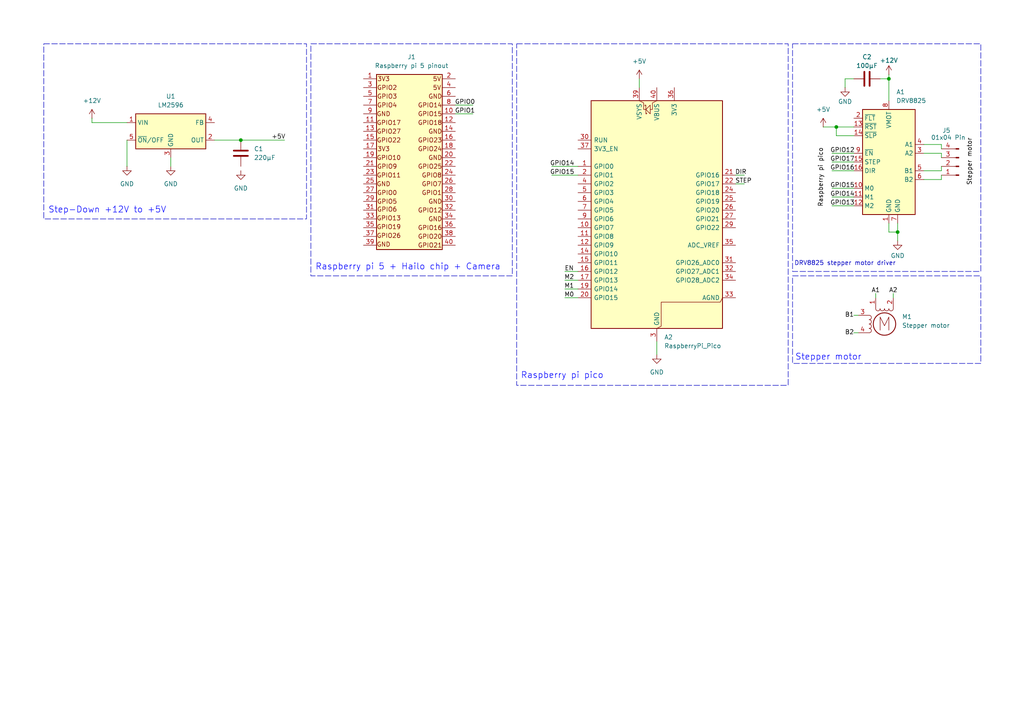
<source format=kicad_sch>
(kicad_sch
	(version 20250114)
	(generator "eeschema")
	(generator_version "9.0")
	(uuid "686f8742-a375-4052-bc44-1568e05f83c9")
	(paper "A4")
	(title_block
		(title "Schéma zapojení")
		(date "2025-04-10")
	)
	(lib_symbols
		(symbol "Connector:Conn_01x04_Pin"
			(pin_names
				(offset 1.016)
				(hide yes)
			)
			(exclude_from_sim no)
			(in_bom yes)
			(on_board yes)
			(property "Reference" "J"
				(at 0 5.08 0)
				(effects
					(font
						(size 1.27 1.27)
					)
				)
			)
			(property "Value" "Conn_01x04_Pin"
				(at 0 -7.62 0)
				(effects
					(font
						(size 1.27 1.27)
					)
				)
			)
			(property "Footprint" ""
				(at 0 0 0)
				(effects
					(font
						(size 1.27 1.27)
					)
					(hide yes)
				)
			)
			(property "Datasheet" "~"
				(at 0 0 0)
				(effects
					(font
						(size 1.27 1.27)
					)
					(hide yes)
				)
			)
			(property "Description" "Generic connector, single row, 01x04, script generated"
				(at 0 0 0)
				(effects
					(font
						(size 1.27 1.27)
					)
					(hide yes)
				)
			)
			(property "ki_locked" ""
				(at 0 0 0)
				(effects
					(font
						(size 1.27 1.27)
					)
				)
			)
			(property "ki_keywords" "connector"
				(at 0 0 0)
				(effects
					(font
						(size 1.27 1.27)
					)
					(hide yes)
				)
			)
			(property "ki_fp_filters" "Connector*:*_1x??_*"
				(at 0 0 0)
				(effects
					(font
						(size 1.27 1.27)
					)
					(hide yes)
				)
			)
			(symbol "Conn_01x04_Pin_1_1"
				(rectangle
					(start 0.8636 2.667)
					(end 0 2.413)
					(stroke
						(width 0.1524)
						(type default)
					)
					(fill
						(type outline)
					)
				)
				(rectangle
					(start 0.8636 0.127)
					(end 0 -0.127)
					(stroke
						(width 0.1524)
						(type default)
					)
					(fill
						(type outline)
					)
				)
				(rectangle
					(start 0.8636 -2.413)
					(end 0 -2.667)
					(stroke
						(width 0.1524)
						(type default)
					)
					(fill
						(type outline)
					)
				)
				(rectangle
					(start 0.8636 -4.953)
					(end 0 -5.207)
					(stroke
						(width 0.1524)
						(type default)
					)
					(fill
						(type outline)
					)
				)
				(polyline
					(pts
						(xy 1.27 2.54) (xy 0.8636 2.54)
					)
					(stroke
						(width 0.1524)
						(type default)
					)
					(fill
						(type none)
					)
				)
				(polyline
					(pts
						(xy 1.27 0) (xy 0.8636 0)
					)
					(stroke
						(width 0.1524)
						(type default)
					)
					(fill
						(type none)
					)
				)
				(polyline
					(pts
						(xy 1.27 -2.54) (xy 0.8636 -2.54)
					)
					(stroke
						(width 0.1524)
						(type default)
					)
					(fill
						(type none)
					)
				)
				(polyline
					(pts
						(xy 1.27 -5.08) (xy 0.8636 -5.08)
					)
					(stroke
						(width 0.1524)
						(type default)
					)
					(fill
						(type none)
					)
				)
				(pin passive line
					(at 5.08 2.54 180)
					(length 3.81)
					(name "Pin_1"
						(effects
							(font
								(size 1.27 1.27)
							)
						)
					)
					(number "1"
						(effects
							(font
								(size 1.27 1.27)
							)
						)
					)
				)
				(pin passive line
					(at 5.08 0 180)
					(length 3.81)
					(name "Pin_2"
						(effects
							(font
								(size 1.27 1.27)
							)
						)
					)
					(number "2"
						(effects
							(font
								(size 1.27 1.27)
							)
						)
					)
				)
				(pin passive line
					(at 5.08 -2.54 180)
					(length 3.81)
					(name "Pin_3"
						(effects
							(font
								(size 1.27 1.27)
							)
						)
					)
					(number "3"
						(effects
							(font
								(size 1.27 1.27)
							)
						)
					)
				)
				(pin passive line
					(at 5.08 -5.08 180)
					(length 3.81)
					(name "Pin_4"
						(effects
							(font
								(size 1.27 1.27)
							)
						)
					)
					(number "4"
						(effects
							(font
								(size 1.27 1.27)
							)
						)
					)
				)
			)
			(embedded_fonts no)
		)
		(symbol "Connector_Generic:Conn_02x20_Odd_Even"
			(pin_names
				(offset 1.016)
				(hide yes)
			)
			(exclude_from_sim no)
			(in_bom yes)
			(on_board yes)
			(property "Reference" "J1"
				(at 1.27 29.21 0)
				(effects
					(font
						(size 1.27 1.27)
					)
				)
			)
			(property "Value" "Raspberry pi 5 pinout"
				(at 1.27 26.67 0)
				(effects
					(font
						(size 1.27 1.27)
					)
				)
			)
			(property "Footprint" ""
				(at 0 0 0)
				(effects
					(font
						(size 1.27 1.27)
					)
					(hide yes)
				)
			)
			(property "Datasheet" "~"
				(at 0 0 0)
				(effects
					(font
						(size 1.27 1.27)
					)
					(hide yes)
				)
			)
			(property "Description" "Generic connector, double row, 02x20, odd/even pin numbering scheme (row 1 odd numbers, row 2 even numbers), script generated (kicad-library-utils/schlib/autogen/connector/)"
				(at 0.254 40.64 0)
				(effects
					(font
						(size 1.27 1.27)
					)
					(hide yes)
				)
			)
			(property "ki_keywords" "connector"
				(at 0 0 0)
				(effects
					(font
						(size 1.27 1.27)
					)
					(hide yes)
				)
			)
			(property "ki_fp_filters" "Connector*:*_2x??_*"
				(at 0 0 0)
				(effects
					(font
						(size 1.27 1.27)
					)
					(hide yes)
				)
			)
			(symbol "Conn_02x20_Odd_Even_1_1"
				(rectangle
					(start -8.89 24.13)
					(end 10.16 -26.67)
					(stroke
						(width 0.254)
						(type default)
					)
					(fill
						(type background)
					)
				)
				(text "3V3"
					(at -6.858 22.86 0)
					(effects
						(font
							(size 1.27 1.27)
						)
					)
				)
				(text "GND"
					(at -6.858 12.7 0)
					(effects
						(font
							(size 1.27 1.27)
						)
					)
				)
				(text "3V3"
					(at -6.858 2.54 0)
					(effects
						(font
							(size 1.27 1.27)
						)
					)
				)
				(text "GND"
					(at -6.858 -7.62 0)
					(effects
						(font
							(size 1.27 1.27)
						)
					)
				)
				(text "GND"
					(at -6.858 -25.146 0)
					(effects
						(font
							(size 1.27 1.27)
						)
					)
				)
				(text "GPIO2\n"
					(at -5.842 20.32 0)
					(effects
						(font
							(size 1.27 1.27)
						)
					)
				)
				(text "GPIO3\n"
					(at -5.842 17.78 0)
					(effects
						(font
							(size 1.27 1.27)
						)
					)
				)
				(text "GPIO4"
					(at -5.842 15.24 0)
					(effects
						(font
							(size 1.27 1.27)
						)
					)
				)
				(text "GPIO9"
					(at -5.842 -2.54 0)
					(effects
						(font
							(size 1.27 1.27)
						)
					)
				)
				(text "GPIO0"
					(at -5.842 -10.16 0)
					(effects
						(font
							(size 1.27 1.27)
						)
					)
				)
				(text "GPIO5"
					(at -5.842 -12.7 0)
					(effects
						(font
							(size 1.27 1.27)
						)
					)
				)
				(text "GPIO6"
					(at -5.842 -14.986 0)
					(effects
						(font
							(size 1.27 1.27)
						)
					)
				)
				(text "GPIO17"
					(at -5.334 10.16 0)
					(effects
						(font
							(size 1.27 1.27)
						)
					)
				)
				(text "GPIO27"
					(at -5.334 7.62 0)
					(effects
						(font
							(size 1.27 1.27)
						)
					)
				)
				(text "GPIO22"
					(at -5.334 5.08 0)
					(effects
						(font
							(size 1.27 1.27)
						)
					)
				)
				(text "GPIO10\n"
					(at -5.334 0 0)
					(effects
						(font
							(size 1.27 1.27)
						)
					)
				)
				(text "GPIO11"
					(at -5.334 -5.08 0)
					(effects
						(font
							(size 1.27 1.27)
						)
					)
				)
				(text "GPIO13"
					(at -5.334 -17.526 0)
					(effects
						(font
							(size 1.27 1.27)
						)
					)
				)
				(text "GPIO19"
					(at -5.334 -20.066 0)
					(effects
						(font
							(size 1.27 1.27)
						)
					)
				)
				(text "GPIO26"
					(at -5.334 -22.606 0)
					(effects
						(font
							(size 1.27 1.27)
						)
					)
				)
				(text "GPIO14"
					(at 6.604 15.24 0)
					(effects
						(font
							(size 1.27 1.27)
						)
					)
				)
				(text "GPIO15"
					(at 6.604 12.7 0)
					(effects
						(font
							(size 1.27 1.27)
						)
					)
				)
				(text "GPIO18"
					(at 6.604 10.16 0)
					(effects
						(font
							(size 1.27 1.27)
						)
					)
				)
				(text "GPIO23\n"
					(at 6.604 5.08 0)
					(effects
						(font
							(size 1.27 1.27)
						)
					)
				)
				(text "GPIO24"
					(at 6.604 2.54 0)
					(effects
						(font
							(size 1.27 1.27)
						)
					)
				)
				(text "GPIO25"
					(at 6.604 -2.54 0)
					(effects
						(font
							(size 1.27 1.27)
						)
					)
				)
				(text "GPIO12"
					(at 6.604 -15.24 0)
					(effects
						(font
							(size 1.27 1.27)
						)
					)
				)
				(text "GPIO16"
					(at 6.604 -20.32 0)
					(effects
						(font
							(size 1.27 1.27)
						)
					)
				)
				(text "GPIO20"
					(at 6.604 -22.86 0)
					(effects
						(font
							(size 1.27 1.27)
						)
					)
				)
				(text "GPIO21"
					(at 6.604 -25.4 0)
					(effects
						(font
							(size 1.27 1.27)
						)
					)
				)
				(text "GPIO8"
					(at 7.112 -5.08 0)
					(effects
						(font
							(size 1.27 1.27)
						)
					)
				)
				(text "GPIO7"
					(at 7.112 -7.62 0)
					(effects
						(font
							(size 1.27 1.27)
						)
					)
				)
				(text "GPIO1"
					(at 7.112 -10.16 0)
					(effects
						(font
							(size 1.27 1.27)
						)
					)
				)
				(text "GND"
					(at 8.128 17.78 0)
					(effects
						(font
							(size 1.27 1.27)
						)
					)
				)
				(text "GND"
					(at 8.128 7.62 0)
					(effects
						(font
							(size 1.27 1.27)
						)
					)
				)
				(text "GND"
					(at 8.128 0 0)
					(effects
						(font
							(size 1.27 1.27)
						)
					)
				)
				(text "GND"
					(at 8.128 -12.7 0)
					(effects
						(font
							(size 1.27 1.27)
						)
					)
				)
				(text "GND"
					(at 8.128 -17.78 0)
					(effects
						(font
							(size 1.27 1.27)
						)
					)
				)
				(text "5V"
					(at 8.636 22.86 0)
					(effects
						(font
							(size 1.27 1.27)
						)
					)
				)
				(text "5V"
					(at 8.636 20.32 0)
					(effects
						(font
							(size 1.27 1.27)
						)
					)
				)
				(pin passive line
					(at -12.7 22.86 0)
					(length 3.81)
					(name "3V3"
						(effects
							(font
								(size 1.27 1.27)
							)
						)
					)
					(number "1"
						(effects
							(font
								(size 1.27 1.27)
							)
						)
					)
				)
				(pin passive line
					(at -12.7 20.32 0)
					(length 3.81)
					(name "Pin_3"
						(effects
							(font
								(size 1.27 1.27)
							)
						)
					)
					(number "3"
						(effects
							(font
								(size 1.27 1.27)
							)
						)
					)
				)
				(pin passive line
					(at -12.7 17.78 0)
					(length 3.81)
					(name "Pin_5"
						(effects
							(font
								(size 1.27 1.27)
							)
						)
					)
					(number "5"
						(effects
							(font
								(size 1.27 1.27)
							)
						)
					)
				)
				(pin passive line
					(at -12.7 15.24 0)
					(length 3.81)
					(name "Pin_7"
						(effects
							(font
								(size 1.27 1.27)
							)
						)
					)
					(number "7"
						(effects
							(font
								(size 1.27 1.27)
							)
						)
					)
				)
				(pin passive line
					(at -12.7 12.7 0)
					(length 3.81)
					(name "Pin_9"
						(effects
							(font
								(size 1.27 1.27)
							)
						)
					)
					(number "9"
						(effects
							(font
								(size 1.27 1.27)
							)
						)
					)
				)
				(pin passive line
					(at -12.7 10.16 0)
					(length 3.81)
					(name "Pin_11"
						(effects
							(font
								(size 1.27 1.27)
							)
						)
					)
					(number "11"
						(effects
							(font
								(size 1.27 1.27)
							)
						)
					)
				)
				(pin passive line
					(at -12.7 7.62 0)
					(length 3.81)
					(name "Pin_13"
						(effects
							(font
								(size 1.27 1.27)
							)
						)
					)
					(number "13"
						(effects
							(font
								(size 1.27 1.27)
							)
						)
					)
				)
				(pin passive line
					(at -12.7 5.08 0)
					(length 3.81)
					(name "Pin_15"
						(effects
							(font
								(size 1.27 1.27)
							)
						)
					)
					(number "15"
						(effects
							(font
								(size 1.27 1.27)
							)
						)
					)
				)
				(pin passive line
					(at -12.7 2.54 0)
					(length 3.81)
					(name "Pin_17"
						(effects
							(font
								(size 1.27 1.27)
							)
						)
					)
					(number "17"
						(effects
							(font
								(size 1.27 1.27)
							)
						)
					)
				)
				(pin passive line
					(at -12.7 0 0)
					(length 3.81)
					(name "Pin_19"
						(effects
							(font
								(size 1.27 1.27)
							)
						)
					)
					(number "19"
						(effects
							(font
								(size 1.27 1.27)
							)
						)
					)
				)
				(pin passive line
					(at -12.7 -2.54 0)
					(length 3.81)
					(name "Pin_21"
						(effects
							(font
								(size 1.27 1.27)
							)
						)
					)
					(number "21"
						(effects
							(font
								(size 1.27 1.27)
							)
						)
					)
				)
				(pin passive line
					(at -12.7 -5.08 0)
					(length 3.81)
					(name "Pin_23"
						(effects
							(font
								(size 1.27 1.27)
							)
						)
					)
					(number "23"
						(effects
							(font
								(size 1.27 1.27)
							)
						)
					)
				)
				(pin passive line
					(at -12.7 -7.62 0)
					(length 3.81)
					(name "Pin_25"
						(effects
							(font
								(size 1.27 1.27)
							)
						)
					)
					(number "25"
						(effects
							(font
								(size 1.27 1.27)
							)
						)
					)
				)
				(pin passive line
					(at -12.7 -10.16 0)
					(length 3.81)
					(name "Pin_27"
						(effects
							(font
								(size 1.27 1.27)
							)
						)
					)
					(number "27"
						(effects
							(font
								(size 1.27 1.27)
							)
						)
					)
				)
				(pin passive line
					(at -12.7 -12.7 0)
					(length 3.81)
					(name "Pin_29"
						(effects
							(font
								(size 1.27 1.27)
							)
						)
					)
					(number "29"
						(effects
							(font
								(size 1.27 1.27)
							)
						)
					)
				)
				(pin passive line
					(at -12.7 -15.24 0)
					(length 3.81)
					(name "Pin_31"
						(effects
							(font
								(size 1.27 1.27)
							)
						)
					)
					(number "31"
						(effects
							(font
								(size 1.27 1.27)
							)
						)
					)
				)
				(pin passive line
					(at -12.7 -17.78 0)
					(length 3.81)
					(name "Pin_33"
						(effects
							(font
								(size 1.27 1.27)
							)
						)
					)
					(number "33"
						(effects
							(font
								(size 1.27 1.27)
							)
						)
					)
				)
				(pin passive line
					(at -12.7 -20.32 0)
					(length 3.81)
					(name "Pin_35"
						(effects
							(font
								(size 1.27 1.27)
							)
						)
					)
					(number "35"
						(effects
							(font
								(size 1.27 1.27)
							)
						)
					)
				)
				(pin passive line
					(at -12.7 -22.86 0)
					(length 3.81)
					(name "Pin_37"
						(effects
							(font
								(size 1.27 1.27)
							)
						)
					)
					(number "37"
						(effects
							(font
								(size 1.27 1.27)
							)
						)
					)
				)
				(pin passive line
					(at -12.7 -25.4 0)
					(length 3.81)
					(name "Pin_39"
						(effects
							(font
								(size 1.27 1.27)
							)
						)
					)
					(number "39"
						(effects
							(font
								(size 1.27 1.27)
							)
						)
					)
				)
				(pin passive line
					(at 13.97 22.86 180)
					(length 3.81)
					(name "Pin_2"
						(effects
							(font
								(size 1.27 1.27)
							)
						)
					)
					(number "2"
						(effects
							(font
								(size 1.27 1.27)
							)
						)
					)
				)
				(pin passive line
					(at 13.97 20.32 180)
					(length 3.81)
					(name "Pin_4"
						(effects
							(font
								(size 1.27 1.27)
							)
						)
					)
					(number "4"
						(effects
							(font
								(size 1.27 1.27)
							)
						)
					)
				)
				(pin passive line
					(at 13.97 17.78 180)
					(length 3.81)
					(name "Pin_6"
						(effects
							(font
								(size 1.27 1.27)
							)
						)
					)
					(number "6"
						(effects
							(font
								(size 1.27 1.27)
							)
						)
					)
				)
				(pin passive line
					(at 13.97 15.24 180)
					(length 3.81)
					(name "Pin_8"
						(effects
							(font
								(size 1.27 1.27)
							)
						)
					)
					(number "8"
						(effects
							(font
								(size 1.27 1.27)
							)
						)
					)
				)
				(pin passive line
					(at 13.97 12.7 180)
					(length 3.81)
					(name "Pin_10"
						(effects
							(font
								(size 1.27 1.27)
							)
						)
					)
					(number "10"
						(effects
							(font
								(size 1.27 1.27)
							)
						)
					)
				)
				(pin passive line
					(at 13.97 10.16 180)
					(length 3.81)
					(name "Pin_12"
						(effects
							(font
								(size 1.27 1.27)
							)
						)
					)
					(number "12"
						(effects
							(font
								(size 1.27 1.27)
							)
						)
					)
				)
				(pin passive line
					(at 13.97 7.62 180)
					(length 3.81)
					(name "Pin_14"
						(effects
							(font
								(size 1.27 1.27)
							)
						)
					)
					(number "14"
						(effects
							(font
								(size 1.27 1.27)
							)
						)
					)
				)
				(pin passive line
					(at 13.97 5.08 180)
					(length 3.81)
					(name "Pin_16"
						(effects
							(font
								(size 1.27 1.27)
							)
						)
					)
					(number "16"
						(effects
							(font
								(size 1.27 1.27)
							)
						)
					)
				)
				(pin passive line
					(at 13.97 2.54 180)
					(length 3.81)
					(name "Pin_18"
						(effects
							(font
								(size 1.27 1.27)
							)
						)
					)
					(number "18"
						(effects
							(font
								(size 1.27 1.27)
							)
						)
					)
				)
				(pin passive line
					(at 13.97 0 180)
					(length 3.81)
					(name "Pin_20"
						(effects
							(font
								(size 1.27 1.27)
							)
						)
					)
					(number "20"
						(effects
							(font
								(size 1.27 1.27)
							)
						)
					)
				)
				(pin passive line
					(at 13.97 -2.54 180)
					(length 3.81)
					(name "Pin_22"
						(effects
							(font
								(size 1.27 1.27)
							)
						)
					)
					(number "22"
						(effects
							(font
								(size 1.27 1.27)
							)
						)
					)
				)
				(pin passive line
					(at 13.97 -5.08 180)
					(length 3.81)
					(name "Pin_24"
						(effects
							(font
								(size 1.27 1.27)
							)
						)
					)
					(number "24"
						(effects
							(font
								(size 1.27 1.27)
							)
						)
					)
				)
				(pin passive line
					(at 13.97 -7.62 180)
					(length 3.81)
					(name "Pin_26"
						(effects
							(font
								(size 1.27 1.27)
							)
						)
					)
					(number "26"
						(effects
							(font
								(size 1.27 1.27)
							)
						)
					)
				)
				(pin passive line
					(at 13.97 -10.16 180)
					(length 3.81)
					(name "Pin_28"
						(effects
							(font
								(size 1.27 1.27)
							)
						)
					)
					(number "28"
						(effects
							(font
								(size 1.27 1.27)
							)
						)
					)
				)
				(pin passive line
					(at 13.97 -12.7 180)
					(length 3.81)
					(name "Pin_30"
						(effects
							(font
								(size 1.27 1.27)
							)
						)
					)
					(number "30"
						(effects
							(font
								(size 1.27 1.27)
							)
						)
					)
				)
				(pin passive line
					(at 13.97 -15.24 180)
					(length 3.81)
					(name "Pin_32"
						(effects
							(font
								(size 1.27 1.27)
							)
						)
					)
					(number "32"
						(effects
							(font
								(size 1.27 1.27)
							)
						)
					)
				)
				(pin passive line
					(at 13.97 -17.78 180)
					(length 3.81)
					(name "Pin_34"
						(effects
							(font
								(size 1.27 1.27)
							)
						)
					)
					(number "34"
						(effects
							(font
								(size 1.27 1.27)
							)
						)
					)
				)
				(pin passive line
					(at 13.97 -20.32 180)
					(length 3.81)
					(name "Pin_36"
						(effects
							(font
								(size 1.27 1.27)
							)
						)
					)
					(number "36"
						(effects
							(font
								(size 1.27 1.27)
							)
						)
					)
				)
				(pin passive line
					(at 13.97 -22.86 180)
					(length 3.81)
					(name "Pin_38"
						(effects
							(font
								(size 1.27 1.27)
							)
						)
					)
					(number "38"
						(effects
							(font
								(size 1.27 1.27)
							)
						)
					)
				)
				(pin passive line
					(at 13.97 -25.4 180)
					(length 3.81)
					(name "Pin_40"
						(effects
							(font
								(size 1.27 1.27)
							)
						)
					)
					(number "40"
						(effects
							(font
								(size 1.27 1.27)
							)
						)
					)
				)
			)
			(embedded_fonts no)
		)
		(symbol "Device:C"
			(pin_numbers
				(hide yes)
			)
			(pin_names
				(offset 0.254)
			)
			(exclude_from_sim no)
			(in_bom yes)
			(on_board yes)
			(property "Reference" "C"
				(at 0.635 2.54 0)
				(effects
					(font
						(size 1.27 1.27)
					)
					(justify left)
				)
			)
			(property "Value" "C"
				(at 0.635 -2.54 0)
				(effects
					(font
						(size 1.27 1.27)
					)
					(justify left)
				)
			)
			(property "Footprint" ""
				(at 0.9652 -3.81 0)
				(effects
					(font
						(size 1.27 1.27)
					)
					(hide yes)
				)
			)
			(property "Datasheet" "~"
				(at 0 0 0)
				(effects
					(font
						(size 1.27 1.27)
					)
					(hide yes)
				)
			)
			(property "Description" "Unpolarized capacitor"
				(at 0 0 0)
				(effects
					(font
						(size 1.27 1.27)
					)
					(hide yes)
				)
			)
			(property "ki_keywords" "cap capacitor"
				(at 0 0 0)
				(effects
					(font
						(size 1.27 1.27)
					)
					(hide yes)
				)
			)
			(property "ki_fp_filters" "C_*"
				(at 0 0 0)
				(effects
					(font
						(size 1.27 1.27)
					)
					(hide yes)
				)
			)
			(symbol "C_0_1"
				(polyline
					(pts
						(xy -2.032 0.762) (xy 2.032 0.762)
					)
					(stroke
						(width 0.508)
						(type default)
					)
					(fill
						(type none)
					)
				)
				(polyline
					(pts
						(xy -2.032 -0.762) (xy 2.032 -0.762)
					)
					(stroke
						(width 0.508)
						(type default)
					)
					(fill
						(type none)
					)
				)
			)
			(symbol "C_1_1"
				(pin passive line
					(at 0 3.81 270)
					(length 2.794)
					(name "~"
						(effects
							(font
								(size 1.27 1.27)
							)
						)
					)
					(number "1"
						(effects
							(font
								(size 1.27 1.27)
							)
						)
					)
				)
				(pin passive line
					(at 0 -3.81 90)
					(length 2.794)
					(name "~"
						(effects
							(font
								(size 1.27 1.27)
							)
						)
					)
					(number "2"
						(effects
							(font
								(size 1.27 1.27)
							)
						)
					)
				)
			)
			(embedded_fonts no)
		)
		(symbol "Driver_Motor:Pololu_Breakout_DRV8825"
			(exclude_from_sim no)
			(in_bom yes)
			(on_board yes)
			(property "Reference" "A"
				(at -2.54 16.51 0)
				(effects
					(font
						(size 1.27 1.27)
					)
					(justify right)
				)
			)
			(property "Value" "Pololu_Breakout_DRV8825"
				(at -2.54 13.97 0)
				(effects
					(font
						(size 1.27 1.27)
					)
					(justify right)
				)
			)
			(property "Footprint" "Module:Pololu_Breakout-16_15.2x20.3mm"
				(at 5.08 -20.32 0)
				(effects
					(font
						(size 1.27 1.27)
					)
					(justify left)
					(hide yes)
				)
			)
			(property "Datasheet" "https://www.pololu.com/product/2982"
				(at 2.54 -7.62 0)
				(effects
					(font
						(size 1.27 1.27)
					)
					(hide yes)
				)
			)
			(property "Description" "Pololu Breakout Board, Stepper Driver DRV8825"
				(at 0 0 0)
				(effects
					(font
						(size 1.27 1.27)
					)
					(hide yes)
				)
			)
			(property "ki_keywords" "Pololu Breakout Board Stepper Driver DRV8825"
				(at 0 0 0)
				(effects
					(font
						(size 1.27 1.27)
					)
					(hide yes)
				)
			)
			(property "ki_fp_filters" "Pololu*Breakout*15.2x20.3mm*"
				(at 0 0 0)
				(effects
					(font
						(size 1.27 1.27)
					)
					(hide yes)
				)
			)
			(symbol "Pololu_Breakout_DRV8825_0_1"
				(rectangle
					(start 7.62 -17.78)
					(end -7.62 12.7)
					(stroke
						(width 0.254)
						(type default)
					)
					(fill
						(type background)
					)
				)
			)
			(symbol "Pololu_Breakout_DRV8825_1_1"
				(pin output line
					(at -10.16 10.16 0)
					(length 2.54)
					(name "~{FLT}"
						(effects
							(font
								(size 1.27 1.27)
							)
						)
					)
					(number "2"
						(effects
							(font
								(size 1.27 1.27)
							)
						)
					)
				)
				(pin input line
					(at -10.16 7.62 0)
					(length 2.54)
					(name "~{RST}"
						(effects
							(font
								(size 1.27 1.27)
							)
						)
					)
					(number "13"
						(effects
							(font
								(size 1.27 1.27)
							)
						)
					)
				)
				(pin input line
					(at -10.16 5.08 0)
					(length 2.54)
					(name "~{SLP}"
						(effects
							(font
								(size 1.27 1.27)
							)
						)
					)
					(number "14"
						(effects
							(font
								(size 1.27 1.27)
							)
						)
					)
				)
				(pin input line
					(at -10.16 0 0)
					(length 2.54)
					(name "~{EN}"
						(effects
							(font
								(size 1.27 1.27)
							)
						)
					)
					(number "9"
						(effects
							(font
								(size 1.27 1.27)
							)
						)
					)
				)
				(pin input line
					(at -10.16 -2.54 0)
					(length 2.54)
					(name "STEP"
						(effects
							(font
								(size 1.27 1.27)
							)
						)
					)
					(number "15"
						(effects
							(font
								(size 1.27 1.27)
							)
						)
					)
				)
				(pin input line
					(at -10.16 -5.08 0)
					(length 2.54)
					(name "DIR"
						(effects
							(font
								(size 1.27 1.27)
							)
						)
					)
					(number "16"
						(effects
							(font
								(size 1.27 1.27)
							)
						)
					)
				)
				(pin input line
					(at -10.16 -10.16 0)
					(length 2.54)
					(name "M0"
						(effects
							(font
								(size 1.27 1.27)
							)
						)
					)
					(number "10"
						(effects
							(font
								(size 1.27 1.27)
							)
						)
					)
				)
				(pin input line
					(at -10.16 -12.7 0)
					(length 2.54)
					(name "M1"
						(effects
							(font
								(size 1.27 1.27)
							)
						)
					)
					(number "11"
						(effects
							(font
								(size 1.27 1.27)
							)
						)
					)
				)
				(pin input line
					(at -10.16 -15.24 0)
					(length 2.54)
					(name "M2"
						(effects
							(font
								(size 1.27 1.27)
							)
						)
					)
					(number "12"
						(effects
							(font
								(size 1.27 1.27)
							)
						)
					)
				)
				(pin power_in line
					(at 0 15.24 270)
					(length 2.54)
					(name "VMOT"
						(effects
							(font
								(size 1.27 1.27)
							)
						)
					)
					(number "8"
						(effects
							(font
								(size 1.27 1.27)
							)
						)
					)
				)
				(pin power_in line
					(at 0 -20.32 90)
					(length 2.54)
					(name "GND"
						(effects
							(font
								(size 1.27 1.27)
							)
						)
					)
					(number "1"
						(effects
							(font
								(size 1.27 1.27)
							)
						)
					)
				)
				(pin power_in line
					(at 2.54 -20.32 90)
					(length 2.54)
					(name "GND"
						(effects
							(font
								(size 1.27 1.27)
							)
						)
					)
					(number "7"
						(effects
							(font
								(size 1.27 1.27)
							)
						)
					)
				)
				(pin output line
					(at 10.16 2.54 180)
					(length 2.54)
					(name "A1"
						(effects
							(font
								(size 1.27 1.27)
							)
						)
					)
					(number "4"
						(effects
							(font
								(size 1.27 1.27)
							)
						)
					)
				)
				(pin output line
					(at 10.16 0 180)
					(length 2.54)
					(name "A2"
						(effects
							(font
								(size 1.27 1.27)
							)
						)
					)
					(number "3"
						(effects
							(font
								(size 1.27 1.27)
							)
						)
					)
				)
				(pin output line
					(at 10.16 -5.08 180)
					(length 2.54)
					(name "B1"
						(effects
							(font
								(size 1.27 1.27)
							)
						)
					)
					(number "5"
						(effects
							(font
								(size 1.27 1.27)
							)
						)
					)
				)
				(pin output line
					(at 10.16 -7.62 180)
					(length 2.54)
					(name "B2"
						(effects
							(font
								(size 1.27 1.27)
							)
						)
					)
					(number "6"
						(effects
							(font
								(size 1.27 1.27)
							)
						)
					)
				)
			)
			(embedded_fonts no)
		)
		(symbol "MCU_Module:RaspberryPi_Pico"
			(pin_names
				(offset 0.762)
			)
			(exclude_from_sim no)
			(in_bom yes)
			(on_board yes)
			(property "Reference" "A"
				(at -19.05 35.56 0)
				(effects
					(font
						(size 1.27 1.27)
					)
					(justify left)
				)
			)
			(property "Value" "RaspberryPi_Pico"
				(at 7.62 35.56 0)
				(effects
					(font
						(size 1.27 1.27)
					)
					(justify left)
				)
			)
			(property "Footprint" "Module:RaspberryPi_Pico_Common_Unspecified"
				(at 0 -46.99 0)
				(effects
					(font
						(size 1.27 1.27)
					)
					(hide yes)
				)
			)
			(property "Datasheet" "https://datasheets.raspberrypi.com/pico/pico-datasheet.pdf"
				(at 0 -49.53 0)
				(effects
					(font
						(size 1.27 1.27)
					)
					(hide yes)
				)
			)
			(property "Description" "Versatile and inexpensive microcontroller module powered by RP2040 dual-core Arm Cortex-M0+ processor up to 133 MHz, 264kB SRAM, 2MB QSPI flash; also supports Raspberry Pi Pico 2"
				(at 0 -52.07 0)
				(effects
					(font
						(size 1.27 1.27)
					)
					(hide yes)
				)
			)
			(property "ki_keywords" "RP2350A M33 RISC-V Hazard3 usb"
				(at 0 0 0)
				(effects
					(font
						(size 1.27 1.27)
					)
					(hide yes)
				)
			)
			(property "ki_fp_filters" "RaspberryPi?Pico?Common* RaspberryPi?Pico?SMD*"
				(at 0 0 0)
				(effects
					(font
						(size 1.27 1.27)
					)
					(hide yes)
				)
			)
			(symbol "RaspberryPi_Pico_0_1"
				(rectangle
					(start -19.05 34.29)
					(end 19.05 -31.75)
					(stroke
						(width 0.254)
						(type default)
					)
					(fill
						(type background)
					)
				)
				(polyline
					(pts
						(xy -5.08 34.29) (xy -3.81 33.655) (xy -3.81 31.75) (xy -3.175 31.75)
					)
					(stroke
						(width 0)
						(type default)
					)
					(fill
						(type none)
					)
				)
				(polyline
					(pts
						(xy -3.429 32.766) (xy -3.429 33.02) (xy -3.175 33.02) (xy -3.175 30.48) (xy -2.921 30.48) (xy -2.921 30.734)
					)
					(stroke
						(width 0)
						(type default)
					)
					(fill
						(type none)
					)
				)
				(polyline
					(pts
						(xy -3.175 31.75) (xy -1.905 33.02) (xy -1.905 30.48) (xy -3.175 31.75)
					)
					(stroke
						(width 0)
						(type default)
					)
					(fill
						(type none)
					)
				)
				(polyline
					(pts
						(xy 0 34.29) (xy -1.27 33.655) (xy -1.27 31.75) (xy -1.905 31.75)
					)
					(stroke
						(width 0)
						(type default)
					)
					(fill
						(type none)
					)
				)
				(polyline
					(pts
						(xy 0 -31.75) (xy 1.27 -31.115) (xy 1.27 -24.13) (xy 18.415 -24.13) (xy 19.05 -22.86)
					)
					(stroke
						(width 0)
						(type default)
					)
					(fill
						(type none)
					)
				)
			)
			(symbol "RaspberryPi_Pico_1_1"
				(pin passive line
					(at -22.86 22.86 0)
					(length 3.81)
					(name "RUN"
						(effects
							(font
								(size 1.27 1.27)
							)
						)
					)
					(number "30"
						(effects
							(font
								(size 1.27 1.27)
							)
						)
					)
					(alternate "~{RESET}" passive line)
				)
				(pin passive line
					(at -22.86 20.32 0)
					(length 3.81)
					(name "3V3_EN"
						(effects
							(font
								(size 1.27 1.27)
							)
						)
					)
					(number "37"
						(effects
							(font
								(size 1.27 1.27)
							)
						)
					)
					(alternate "~{3V3_DISABLE}" passive line)
				)
				(pin bidirectional line
					(at -22.86 15.24 0)
					(length 3.81)
					(name "GPIO0"
						(effects
							(font
								(size 1.27 1.27)
							)
						)
					)
					(number "1"
						(effects
							(font
								(size 1.27 1.27)
							)
						)
					)
					(alternate "I2C0_SDA" bidirectional line)
					(alternate "PWM0_A" output line)
					(alternate "SPI0_RX" input line)
					(alternate "UART0_TX" output line)
					(alternate "USB_OVCUR_DET" input line)
				)
				(pin bidirectional line
					(at -22.86 12.7 0)
					(length 3.81)
					(name "GPIO1"
						(effects
							(font
								(size 1.27 1.27)
							)
						)
					)
					(number "2"
						(effects
							(font
								(size 1.27 1.27)
							)
						)
					)
					(alternate "I2C0_SCL" bidirectional clock)
					(alternate "PWM0_B" bidirectional line)
					(alternate "UART0_RX" input line)
					(alternate "USB_VBUS_DET" passive line)
					(alternate "~{SPI0_CSn}" bidirectional line)
				)
				(pin bidirectional line
					(at -22.86 10.16 0)
					(length 3.81)
					(name "GPIO2"
						(effects
							(font
								(size 1.27 1.27)
							)
						)
					)
					(number "4"
						(effects
							(font
								(size 1.27 1.27)
							)
						)
					)
					(alternate "I2C1_SDA" bidirectional line)
					(alternate "PWM1_A" output line)
					(alternate "SPI0_SCK" bidirectional clock)
					(alternate "UART0_CTS" input line)
					(alternate "USB_VBUS_EN" output line)
				)
				(pin bidirectional line
					(at -22.86 7.62 0)
					(length 3.81)
					(name "GPIO3"
						(effects
							(font
								(size 1.27 1.27)
							)
						)
					)
					(number "5"
						(effects
							(font
								(size 1.27 1.27)
							)
						)
					)
					(alternate "I2C1_SCL" bidirectional clock)
					(alternate "PWM1_B" bidirectional line)
					(alternate "SPI0_TX" output line)
					(alternate "UART0_RTS" output line)
					(alternate "USB_OVCUR_DET" input line)
				)
				(pin bidirectional line
					(at -22.86 5.08 0)
					(length 3.81)
					(name "GPIO4"
						(effects
							(font
								(size 1.27 1.27)
							)
						)
					)
					(number "6"
						(effects
							(font
								(size 1.27 1.27)
							)
						)
					)
					(alternate "I2C0_SDA" bidirectional line)
					(alternate "PWM2_A" output line)
					(alternate "SPI0_RX" input line)
					(alternate "UART1_TX" output line)
					(alternate "USB_VBUS_DET" input line)
				)
				(pin bidirectional line
					(at -22.86 2.54 0)
					(length 3.81)
					(name "GPIO5"
						(effects
							(font
								(size 1.27 1.27)
							)
						)
					)
					(number "7"
						(effects
							(font
								(size 1.27 1.27)
							)
						)
					)
					(alternate "I2C0_SCL" bidirectional clock)
					(alternate "PWM2_B" bidirectional line)
					(alternate "UART1_RX" input line)
					(alternate "USB_VBUS_EN" output line)
					(alternate "~{SPI0_CSn}" bidirectional line)
				)
				(pin bidirectional line
					(at -22.86 0 0)
					(length 3.81)
					(name "GPIO6"
						(effects
							(font
								(size 1.27 1.27)
							)
						)
					)
					(number "9"
						(effects
							(font
								(size 1.27 1.27)
							)
						)
					)
					(alternate "I2C1_SDA" bidirectional line)
					(alternate "PWM3_A" output line)
					(alternate "SPI0_SCK" bidirectional clock)
					(alternate "UART1_CTS" input line)
					(alternate "USB_OVCUR_DET" input line)
				)
				(pin bidirectional line
					(at -22.86 -2.54 0)
					(length 3.81)
					(name "GPIO7"
						(effects
							(font
								(size 1.27 1.27)
							)
						)
					)
					(number "10"
						(effects
							(font
								(size 1.27 1.27)
							)
						)
					)
					(alternate "I2C1_SCL" bidirectional clock)
					(alternate "PWM3_B" bidirectional line)
					(alternate "SPI0_TX" output line)
					(alternate "UART1_RTS" output line)
					(alternate "USB_VBUS_DET" input line)
				)
				(pin bidirectional line
					(at -22.86 -5.08 0)
					(length 3.81)
					(name "GPIO8"
						(effects
							(font
								(size 1.27 1.27)
							)
						)
					)
					(number "11"
						(effects
							(font
								(size 1.27 1.27)
							)
						)
					)
					(alternate "I2C0_SDA" bidirectional line)
					(alternate "PWM4_A" output line)
					(alternate "SPI1_RX" input line)
					(alternate "UART1_TX" output line)
					(alternate "USB_VBUS_EN" output line)
				)
				(pin bidirectional line
					(at -22.86 -7.62 0)
					(length 3.81)
					(name "GPIO9"
						(effects
							(font
								(size 1.27 1.27)
							)
						)
					)
					(number "12"
						(effects
							(font
								(size 1.27 1.27)
							)
						)
					)
					(alternate "I2C0_SCL" bidirectional clock)
					(alternate "PWM4_B" bidirectional line)
					(alternate "UART1_RX" input line)
					(alternate "USB_OVCUR_DET" input line)
					(alternate "~{SPI1_CSn}" bidirectional line)
				)
				(pin bidirectional line
					(at -22.86 -10.16 0)
					(length 3.81)
					(name "GPIO10"
						(effects
							(font
								(size 1.27 1.27)
							)
						)
					)
					(number "14"
						(effects
							(font
								(size 1.27 1.27)
							)
						)
					)
					(alternate "I2C1_SDA" bidirectional line)
					(alternate "PWM5_A" output line)
					(alternate "SPI1_SCK" bidirectional clock)
					(alternate "UART1_CTS" input line)
					(alternate "USB_VBUS_DET" input line)
				)
				(pin bidirectional line
					(at -22.86 -12.7 0)
					(length 3.81)
					(name "GPIO11"
						(effects
							(font
								(size 1.27 1.27)
							)
						)
					)
					(number "15"
						(effects
							(font
								(size 1.27 1.27)
							)
						)
					)
					(alternate "I2C1_SCL" bidirectional clock)
					(alternate "PWM5_B" bidirectional line)
					(alternate "SPI1_TX" output line)
					(alternate "UART1_RTS" output line)
					(alternate "USB_VBUS_EN" output line)
				)
				(pin bidirectional line
					(at -22.86 -15.24 0)
					(length 3.81)
					(name "GPIO12"
						(effects
							(font
								(size 1.27 1.27)
							)
						)
					)
					(number "16"
						(effects
							(font
								(size 1.27 1.27)
							)
						)
					)
					(alternate "I2C0_SDA" bidirectional line)
					(alternate "PWM6_A" output line)
					(alternate "SPI1_RX" input line)
					(alternate "UART0_TX" output line)
					(alternate "USB_OVCUR_DET" input line)
				)
				(pin bidirectional line
					(at -22.86 -17.78 0)
					(length 3.81)
					(name "GPIO13"
						(effects
							(font
								(size 1.27 1.27)
							)
						)
					)
					(number "17"
						(effects
							(font
								(size 1.27 1.27)
							)
						)
					)
					(alternate "I2C0_SCL" bidirectional clock)
					(alternate "PWM6_B" bidirectional line)
					(alternate "UART0_RX" input line)
					(alternate "USB_VBUS_DET" input line)
					(alternate "~{SPI1_CSn}" bidirectional line)
				)
				(pin bidirectional line
					(at -22.86 -20.32 0)
					(length 3.81)
					(name "GPIO14"
						(effects
							(font
								(size 1.27 1.27)
							)
						)
					)
					(number "19"
						(effects
							(font
								(size 1.27 1.27)
							)
						)
					)
					(alternate "I2C1_SDA" bidirectional line)
					(alternate "PWM7_A" output line)
					(alternate "SPI1_SCK" bidirectional clock)
					(alternate "UART0_CTS" input line)
					(alternate "USB_VBUS_EN" output line)
				)
				(pin bidirectional line
					(at -22.86 -22.86 0)
					(length 3.81)
					(name "GPIO15"
						(effects
							(font
								(size 1.27 1.27)
							)
						)
					)
					(number "20"
						(effects
							(font
								(size 1.27 1.27)
							)
						)
					)
					(alternate "I2C1_SCL" bidirectional clock)
					(alternate "PWM7_B" bidirectional line)
					(alternate "SPI1_TX" output line)
					(alternate "UART0_RTS" output line)
					(alternate "USB_OVCUR_DET" input line)
				)
				(pin power_in line
					(at -5.08 38.1 270)
					(length 3.81)
					(name "VSYS"
						(effects
							(font
								(size 1.27 1.27)
							)
						)
					)
					(number "39"
						(effects
							(font
								(size 1.27 1.27)
							)
						)
					)
					(alternate "VSYS_OUT" power_out line)
				)
				(pin power_out line
					(at 0 38.1 270)
					(length 3.81)
					(name "VBUS"
						(effects
							(font
								(size 1.27 1.27)
							)
						)
					)
					(number "40"
						(effects
							(font
								(size 1.27 1.27)
							)
						)
					)
					(alternate "VBUS_IN" power_in line)
				)
				(pin passive line
					(at 0 -35.56 90)
					(length 3.81)
					(hide yes)
					(name "GND"
						(effects
							(font
								(size 1.27 1.27)
							)
						)
					)
					(number "13"
						(effects
							(font
								(size 1.27 1.27)
							)
						)
					)
				)
				(pin passive line
					(at 0 -35.56 90)
					(length 3.81)
					(hide yes)
					(name "GND"
						(effects
							(font
								(size 1.27 1.27)
							)
						)
					)
					(number "18"
						(effects
							(font
								(size 1.27 1.27)
							)
						)
					)
				)
				(pin passive line
					(at 0 -35.56 90)
					(length 3.81)
					(hide yes)
					(name "GND"
						(effects
							(font
								(size 1.27 1.27)
							)
						)
					)
					(number "23"
						(effects
							(font
								(size 1.27 1.27)
							)
						)
					)
				)
				(pin passive line
					(at 0 -35.56 90)
					(length 3.81)
					(hide yes)
					(name "GND"
						(effects
							(font
								(size 1.27 1.27)
							)
						)
					)
					(number "28"
						(effects
							(font
								(size 1.27 1.27)
							)
						)
					)
				)
				(pin power_out line
					(at 0 -35.56 90)
					(length 3.81)
					(name "GND"
						(effects
							(font
								(size 1.27 1.27)
							)
						)
					)
					(number "3"
						(effects
							(font
								(size 1.27 1.27)
							)
						)
					)
					(alternate "GND_IN" power_in line)
				)
				(pin passive line
					(at 0 -35.56 90)
					(length 3.81)
					(hide yes)
					(name "GND"
						(effects
							(font
								(size 1.27 1.27)
							)
						)
					)
					(number "38"
						(effects
							(font
								(size 1.27 1.27)
							)
						)
					)
				)
				(pin passive line
					(at 0 -35.56 90)
					(length 3.81)
					(hide yes)
					(name "GND"
						(effects
							(font
								(size 1.27 1.27)
							)
						)
					)
					(number "8"
						(effects
							(font
								(size 1.27 1.27)
							)
						)
					)
				)
				(pin power_out line
					(at 5.08 38.1 270)
					(length 3.81)
					(name "3V3"
						(effects
							(font
								(size 1.27 1.27)
							)
						)
					)
					(number "36"
						(effects
							(font
								(size 1.27 1.27)
							)
						)
					)
				)
				(pin bidirectional line
					(at 22.86 12.7 180)
					(length 3.81)
					(name "GPIO16"
						(effects
							(font
								(size 1.27 1.27)
							)
						)
					)
					(number "21"
						(effects
							(font
								(size 1.27 1.27)
							)
						)
					)
					(alternate "I2C0_SDA" bidirectional line)
					(alternate "PWM0_A" output line)
					(alternate "SPI0_RX" input line)
					(alternate "UART0_TX" output line)
					(alternate "USB_VBUS_DET" input line)
				)
				(pin bidirectional line
					(at 22.86 10.16 180)
					(length 3.81)
					(name "GPIO17"
						(effects
							(font
								(size 1.27 1.27)
							)
						)
					)
					(number "22"
						(effects
							(font
								(size 1.27 1.27)
							)
						)
					)
					(alternate "I2C0_SCL" bidirectional clock)
					(alternate "PWM0_B" bidirectional line)
					(alternate "UART0_RX" input line)
					(alternate "USB_VBUS_EN" output line)
					(alternate "~{SPI0_CSn}" bidirectional line)
				)
				(pin bidirectional line
					(at 22.86 7.62 180)
					(length 3.81)
					(name "GPIO18"
						(effects
							(font
								(size 1.27 1.27)
							)
						)
					)
					(number "24"
						(effects
							(font
								(size 1.27 1.27)
							)
						)
					)
					(alternate "I2C1_SDA" bidirectional line)
					(alternate "PWM1_A" output line)
					(alternate "SPI0_SCK" bidirectional clock)
					(alternate "UART0_CTS" input line)
					(alternate "USB_OVCUR_DET" input line)
				)
				(pin bidirectional line
					(at 22.86 5.08 180)
					(length 3.81)
					(name "GPIO19"
						(effects
							(font
								(size 1.27 1.27)
							)
						)
					)
					(number "25"
						(effects
							(font
								(size 1.27 1.27)
							)
						)
					)
					(alternate "I2C1_SCL" bidirectional clock)
					(alternate "PWM1_B" bidirectional line)
					(alternate "SPI0_TX" output line)
					(alternate "UART0_RTS" output line)
					(alternate "USB_VBUS_DET" input line)
				)
				(pin bidirectional line
					(at 22.86 2.54 180)
					(length 3.81)
					(name "GPIO20"
						(effects
							(font
								(size 1.27 1.27)
							)
						)
					)
					(number "26"
						(effects
							(font
								(size 1.27 1.27)
							)
						)
					)
					(alternate "CLOCK_GPIN0" input clock)
					(alternate "I2C0_SDA" bidirectional line)
					(alternate "PWM2_A" output line)
					(alternate "SPI0_RX" input line)
					(alternate "UART1_TX" output line)
					(alternate "USB_VBUS_EN" output line)
				)
				(pin bidirectional line
					(at 22.86 0 180)
					(length 3.81)
					(name "GPIO21"
						(effects
							(font
								(size 1.27 1.27)
							)
						)
					)
					(number "27"
						(effects
							(font
								(size 1.27 1.27)
							)
						)
					)
					(alternate "CLOCK_GPOUT0" output clock)
					(alternate "I2C0_SCL" bidirectional clock)
					(alternate "PWM2_B" bidirectional line)
					(alternate "UART1_RX" input line)
					(alternate "USB_OVCUR_DET" input line)
					(alternate "~{SPI0_CSn}" bidirectional line)
				)
				(pin bidirectional line
					(at 22.86 -2.54 180)
					(length 3.81)
					(name "GPIO22"
						(effects
							(font
								(size 1.27 1.27)
							)
						)
					)
					(number "29"
						(effects
							(font
								(size 1.27 1.27)
							)
						)
					)
					(alternate "CLOCK_GPIN1" input clock)
					(alternate "I2C1_SDA" bidirectional line)
					(alternate "PWM3_A" output line)
					(alternate "SPI0_SCK" bidirectional clock)
					(alternate "UART1_CTS" input line)
					(alternate "USB_VBUS_DET" input line)
				)
				(pin power_in line
					(at 22.86 -7.62 180)
					(length 3.81)
					(name "ADC_VREF"
						(effects
							(font
								(size 1.27 1.27)
							)
						)
					)
					(number "35"
						(effects
							(font
								(size 1.27 1.27)
							)
						)
					)
				)
				(pin bidirectional line
					(at 22.86 -12.7 180)
					(length 3.81)
					(name "GPIO26_ADC0"
						(effects
							(font
								(size 1.27 1.27)
							)
						)
					)
					(number "31"
						(effects
							(font
								(size 1.27 1.27)
							)
						)
					)
					(alternate "ADC0" input line)
					(alternate "GPIO26" bidirectional line)
					(alternate "I2C1_SDA" bidirectional line)
					(alternate "PWM5_A" output line)
					(alternate "SPI1_SCK" bidirectional clock)
					(alternate "UART1_CTS" input line)
					(alternate "USB_VBUS_EN" output line)
				)
				(pin bidirectional line
					(at 22.86 -15.24 180)
					(length 3.81)
					(name "GPIO27_ADC1"
						(effects
							(font
								(size 1.27 1.27)
							)
						)
					)
					(number "32"
						(effects
							(font
								(size 1.27 1.27)
							)
						)
					)
					(alternate "ADC1" input line)
					(alternate "GPIO27" bidirectional line)
					(alternate "I2C1_SCL" bidirectional clock)
					(alternate "PWM5_B" bidirectional line)
					(alternate "SPI1_TX" output line)
					(alternate "UART1_RTS" output line)
					(alternate "USB_OVCUR_DET" input line)
				)
				(pin bidirectional line
					(at 22.86 -17.78 180)
					(length 3.81)
					(name "GPIO28_ADC2"
						(effects
							(font
								(size 1.27 1.27)
							)
						)
					)
					(number "34"
						(effects
							(font
								(size 1.27 1.27)
							)
						)
					)
					(alternate "ADC2" input line)
					(alternate "GPIO28" bidirectional line)
					(alternate "I2C0_SDA" bidirectional line)
					(alternate "PWM6_A" output line)
					(alternate "SPI1_RX" input line)
					(alternate "UART0_TX" output line)
					(alternate "USB_VBUS_DET" input line)
				)
				(pin power_out line
					(at 22.86 -22.86 180)
					(length 3.81)
					(name "AGND"
						(effects
							(font
								(size 1.27 1.27)
							)
						)
					)
					(number "33"
						(effects
							(font
								(size 1.27 1.27)
							)
						)
					)
					(alternate "GND" passive line)
				)
			)
			(embedded_fonts no)
		)
		(symbol "Motor:Stepper_Motor_bipolar"
			(pin_names
				(offset 0)
				(hide yes)
			)
			(exclude_from_sim no)
			(in_bom yes)
			(on_board yes)
			(property "Reference" "M"
				(at 3.81 2.54 0)
				(effects
					(font
						(size 1.27 1.27)
					)
					(justify left)
				)
			)
			(property "Value" "Stepper_Motor_bipolar"
				(at 3.81 1.27 0)
				(effects
					(font
						(size 1.27 1.27)
					)
					(justify left top)
				)
			)
			(property "Footprint" ""
				(at 0.254 -0.254 0)
				(effects
					(font
						(size 1.27 1.27)
					)
					(hide yes)
				)
			)
			(property "Datasheet" "http://www.infineon.com/dgdl/Application-Note-TLE8110EE_driving_UniPolarStepperMotor_V1.1.pdf?fileId=db3a30431be39b97011be5d0aa0a00b0"
				(at 0.254 -0.254 0)
				(effects
					(font
						(size 1.27 1.27)
					)
					(hide yes)
				)
			)
			(property "Description" "4-wire bipolar stepper motor"
				(at 0 0 0)
				(effects
					(font
						(size 1.27 1.27)
					)
					(hide yes)
				)
			)
			(property "ki_keywords" "bipolar stepper motor"
				(at 0 0 0)
				(effects
					(font
						(size 1.27 1.27)
					)
					(hide yes)
				)
			)
			(property "ki_fp_filters" "PinHeader*P2.54mm*Vertical* TerminalBlock* Motor*"
				(at 0 0 0)
				(effects
					(font
						(size 1.27 1.27)
					)
					(hide yes)
				)
			)
			(symbol "Stepper_Motor_bipolar_0_0"
				(polyline
					(pts
						(xy -1.27 -1.778) (xy -1.27 2.032) (xy 0 -0.508) (xy 1.27 2.032) (xy 1.27 -1.778)
					)
					(stroke
						(width 0)
						(type default)
					)
					(fill
						(type none)
					)
				)
			)
			(symbol "Stepper_Motor_bipolar_0_1"
				(polyline
					(pts
						(xy -5.08 2.54) (xy -4.445 2.54)
					)
					(stroke
						(width 0)
						(type default)
					)
					(fill
						(type none)
					)
				)
				(polyline
					(pts
						(xy -5.08 -2.54) (xy -4.445 -2.54)
					)
					(stroke
						(width 0)
						(type default)
					)
					(fill
						(type none)
					)
				)
				(arc
					(start -4.445 2.54)
					(mid -3.8127 1.905)
					(end -4.445 1.27)
					(stroke
						(width 0)
						(type default)
					)
					(fill
						(type none)
					)
				)
				(arc
					(start -4.445 1.27)
					(mid -3.8127 0.635)
					(end -4.445 0)
					(stroke
						(width 0)
						(type default)
					)
					(fill
						(type none)
					)
				)
				(arc
					(start -4.445 0)
					(mid -3.8127 -0.635)
					(end -4.445 -1.27)
					(stroke
						(width 0)
						(type default)
					)
					(fill
						(type none)
					)
				)
				(arc
					(start -4.445 -1.27)
					(mid -3.8127 -1.905)
					(end -4.445 -2.54)
					(stroke
						(width 0)
						(type default)
					)
					(fill
						(type none)
					)
				)
				(polyline
					(pts
						(xy -2.54 5.08) (xy -2.54 4.445)
					)
					(stroke
						(width 0)
						(type default)
					)
					(fill
						(type none)
					)
				)
				(arc
					(start -1.27 4.445)
					(mid -1.905 3.8127)
					(end -2.54 4.445)
					(stroke
						(width 0)
						(type default)
					)
					(fill
						(type none)
					)
				)
				(arc
					(start 0 4.445)
					(mid -0.635 3.8127)
					(end -1.27 4.445)
					(stroke
						(width 0)
						(type default)
					)
					(fill
						(type none)
					)
				)
				(circle
					(center 0 0)
					(radius 3.2512)
					(stroke
						(width 0.254)
						(type default)
					)
					(fill
						(type none)
					)
				)
				(arc
					(start 1.27 4.445)
					(mid 0.635 3.8127)
					(end 0 4.445)
					(stroke
						(width 0)
						(type default)
					)
					(fill
						(type none)
					)
				)
				(arc
					(start 2.54 4.445)
					(mid 1.905 3.8127)
					(end 1.27 4.445)
					(stroke
						(width 0)
						(type default)
					)
					(fill
						(type none)
					)
				)
				(polyline
					(pts
						(xy 2.54 5.08) (xy 2.54 4.445)
					)
					(stroke
						(width 0)
						(type default)
					)
					(fill
						(type none)
					)
				)
			)
			(symbol "Stepper_Motor_bipolar_1_1"
				(pin passive line
					(at -7.62 2.54 0)
					(length 2.54)
					(name "~"
						(effects
							(font
								(size 1.27 1.27)
							)
						)
					)
					(number "3"
						(effects
							(font
								(size 1.27 1.27)
							)
						)
					)
				)
				(pin passive line
					(at -7.62 -2.54 0)
					(length 2.54)
					(name "~"
						(effects
							(font
								(size 1.27 1.27)
							)
						)
					)
					(number "4"
						(effects
							(font
								(size 1.27 1.27)
							)
						)
					)
				)
				(pin passive line
					(at -2.54 7.62 270)
					(length 2.54)
					(name "~"
						(effects
							(font
								(size 1.27 1.27)
							)
						)
					)
					(number "1"
						(effects
							(font
								(size 1.27 1.27)
							)
						)
					)
				)
				(pin passive line
					(at 2.54 7.62 270)
					(length 2.54)
					(name "-"
						(effects
							(font
								(size 1.27 1.27)
							)
						)
					)
					(number "2"
						(effects
							(font
								(size 1.27 1.27)
							)
						)
					)
				)
			)
			(embedded_fonts no)
		)
		(symbol "Regulator_Switching:LM2596S-5"
			(exclude_from_sim no)
			(in_bom yes)
			(on_board yes)
			(property "Reference" "U"
				(at -10.16 6.35 0)
				(effects
					(font
						(size 1.27 1.27)
					)
					(justify left)
				)
			)
			(property "Value" "LM2596S-5"
				(at 0 6.35 0)
				(effects
					(font
						(size 1.27 1.27)
					)
					(justify left)
				)
			)
			(property "Footprint" "Package_TO_SOT_SMD:TO-263-5_TabPin3"
				(at 1.27 -6.35 0)
				(effects
					(font
						(size 1.27 1.27)
						(italic yes)
					)
					(justify left)
					(hide yes)
				)
			)
			(property "Datasheet" "http://www.ti.com/lit/ds/symlink/lm2596.pdf"
				(at 0 0 0)
				(effects
					(font
						(size 1.27 1.27)
					)
					(hide yes)
				)
			)
			(property "Description" "5V 3A Step-Down Voltage Regulator, TO-263"
				(at 0 0 0)
				(effects
					(font
						(size 1.27 1.27)
					)
					(hide yes)
				)
			)
			(property "ki_keywords" "Step-Down Voltage Regulator 5V 3A"
				(at 0 0 0)
				(effects
					(font
						(size 1.27 1.27)
					)
					(hide yes)
				)
			)
			(property "ki_fp_filters" "TO?263*"
				(at 0 0 0)
				(effects
					(font
						(size 1.27 1.27)
					)
					(hide yes)
				)
			)
			(symbol "LM2596S-5_0_1"
				(rectangle
					(start -10.16 5.08)
					(end 10.16 -5.08)
					(stroke
						(width 0.254)
						(type default)
					)
					(fill
						(type background)
					)
				)
			)
			(symbol "LM2596S-5_1_1"
				(pin power_in line
					(at -12.7 2.54 0)
					(length 2.54)
					(name "VIN"
						(effects
							(font
								(size 1.27 1.27)
							)
						)
					)
					(number "1"
						(effects
							(font
								(size 1.27 1.27)
							)
						)
					)
				)
				(pin input line
					(at -12.7 -2.54 0)
					(length 2.54)
					(name "~{ON}/OFF"
						(effects
							(font
								(size 1.27 1.27)
							)
						)
					)
					(number "5"
						(effects
							(font
								(size 1.27 1.27)
							)
						)
					)
				)
				(pin power_in line
					(at 0 -7.62 90)
					(length 2.54)
					(name "GND"
						(effects
							(font
								(size 1.27 1.27)
							)
						)
					)
					(number "3"
						(effects
							(font
								(size 1.27 1.27)
							)
						)
					)
				)
				(pin input line
					(at 12.7 2.54 180)
					(length 2.54)
					(name "FB"
						(effects
							(font
								(size 1.27 1.27)
							)
						)
					)
					(number "4"
						(effects
							(font
								(size 1.27 1.27)
							)
						)
					)
				)
				(pin output line
					(at 12.7 -2.54 180)
					(length 2.54)
					(name "OUT"
						(effects
							(font
								(size 1.27 1.27)
							)
						)
					)
					(number "2"
						(effects
							(font
								(size 1.27 1.27)
							)
						)
					)
				)
			)
			(embedded_fonts no)
		)
		(symbol "power:+12V"
			(power)
			(pin_numbers
				(hide yes)
			)
			(pin_names
				(offset 0)
				(hide yes)
			)
			(exclude_from_sim no)
			(in_bom yes)
			(on_board yes)
			(property "Reference" "#PWR"
				(at 0 -3.81 0)
				(effects
					(font
						(size 1.27 1.27)
					)
					(hide yes)
				)
			)
			(property "Value" "+12V"
				(at 0 3.556 0)
				(effects
					(font
						(size 1.27 1.27)
					)
				)
			)
			(property "Footprint" ""
				(at 0 0 0)
				(effects
					(font
						(size 1.27 1.27)
					)
					(hide yes)
				)
			)
			(property "Datasheet" ""
				(at 0 0 0)
				(effects
					(font
						(size 1.27 1.27)
					)
					(hide yes)
				)
			)
			(property "Description" "Power symbol creates a global label with name \"+12V\""
				(at 0 0 0)
				(effects
					(font
						(size 1.27 1.27)
					)
					(hide yes)
				)
			)
			(property "ki_keywords" "global power"
				(at 0 0 0)
				(effects
					(font
						(size 1.27 1.27)
					)
					(hide yes)
				)
			)
			(symbol "+12V_0_1"
				(polyline
					(pts
						(xy -0.762 1.27) (xy 0 2.54)
					)
					(stroke
						(width 0)
						(type default)
					)
					(fill
						(type none)
					)
				)
				(polyline
					(pts
						(xy 0 2.54) (xy 0.762 1.27)
					)
					(stroke
						(width 0)
						(type default)
					)
					(fill
						(type none)
					)
				)
				(polyline
					(pts
						(xy 0 0) (xy 0 2.54)
					)
					(stroke
						(width 0)
						(type default)
					)
					(fill
						(type none)
					)
				)
			)
			(symbol "+12V_1_1"
				(pin power_in line
					(at 0 0 90)
					(length 0)
					(name "~"
						(effects
							(font
								(size 1.27 1.27)
							)
						)
					)
					(number "1"
						(effects
							(font
								(size 1.27 1.27)
							)
						)
					)
				)
			)
			(embedded_fonts no)
		)
		(symbol "power:+3V3"
			(power)
			(pin_numbers
				(hide yes)
			)
			(pin_names
				(offset 0)
				(hide yes)
			)
			(exclude_from_sim no)
			(in_bom yes)
			(on_board yes)
			(property "Reference" "#PWR"
				(at 0 -3.81 0)
				(effects
					(font
						(size 1.27 1.27)
					)
					(hide yes)
				)
			)
			(property "Value" "+3V3"
				(at 0 3.556 0)
				(effects
					(font
						(size 1.27 1.27)
					)
				)
			)
			(property "Footprint" ""
				(at 0 0 0)
				(effects
					(font
						(size 1.27 1.27)
					)
					(hide yes)
				)
			)
			(property "Datasheet" ""
				(at 0 0 0)
				(effects
					(font
						(size 1.27 1.27)
					)
					(hide yes)
				)
			)
			(property "Description" "Power symbol creates a global label with name \"+3V3\""
				(at 0 0 0)
				(effects
					(font
						(size 1.27 1.27)
					)
					(hide yes)
				)
			)
			(property "ki_keywords" "global power"
				(at 0 0 0)
				(effects
					(font
						(size 1.27 1.27)
					)
					(hide yes)
				)
			)
			(symbol "+3V3_0_1"
				(polyline
					(pts
						(xy -0.762 1.27) (xy 0 2.54)
					)
					(stroke
						(width 0)
						(type default)
					)
					(fill
						(type none)
					)
				)
				(polyline
					(pts
						(xy 0 2.54) (xy 0.762 1.27)
					)
					(stroke
						(width 0)
						(type default)
					)
					(fill
						(type none)
					)
				)
				(polyline
					(pts
						(xy 0 0) (xy 0 2.54)
					)
					(stroke
						(width 0)
						(type default)
					)
					(fill
						(type none)
					)
				)
			)
			(symbol "+3V3_1_1"
				(pin power_in line
					(at 0 0 90)
					(length 0)
					(name "~"
						(effects
							(font
								(size 1.27 1.27)
							)
						)
					)
					(number "1"
						(effects
							(font
								(size 1.27 1.27)
							)
						)
					)
				)
			)
			(embedded_fonts no)
		)
		(symbol "power:+5V"
			(power)
			(pin_numbers
				(hide yes)
			)
			(pin_names
				(offset 0)
				(hide yes)
			)
			(exclude_from_sim no)
			(in_bom yes)
			(on_board yes)
			(property "Reference" "#PWR"
				(at 0 -3.81 0)
				(effects
					(font
						(size 1.27 1.27)
					)
					(hide yes)
				)
			)
			(property "Value" "+5V"
				(at 0 3.556 0)
				(effects
					(font
						(size 1.27 1.27)
					)
				)
			)
			(property "Footprint" ""
				(at 0 0 0)
				(effects
					(font
						(size 1.27 1.27)
					)
					(hide yes)
				)
			)
			(property "Datasheet" ""
				(at 0 0 0)
				(effects
					(font
						(size 1.27 1.27)
					)
					(hide yes)
				)
			)
			(property "Description" "Power symbol creates a global label with name \"+5V\""
				(at 0 0 0)
				(effects
					(font
						(size 1.27 1.27)
					)
					(hide yes)
				)
			)
			(property "ki_keywords" "global power"
				(at 0 0 0)
				(effects
					(font
						(size 1.27 1.27)
					)
					(hide yes)
				)
			)
			(symbol "+5V_0_1"
				(polyline
					(pts
						(xy -0.762 1.27) (xy 0 2.54)
					)
					(stroke
						(width 0)
						(type default)
					)
					(fill
						(type none)
					)
				)
				(polyline
					(pts
						(xy 0 2.54) (xy 0.762 1.27)
					)
					(stroke
						(width 0)
						(type default)
					)
					(fill
						(type none)
					)
				)
				(polyline
					(pts
						(xy 0 0) (xy 0 2.54)
					)
					(stroke
						(width 0)
						(type default)
					)
					(fill
						(type none)
					)
				)
			)
			(symbol "+5V_1_1"
				(pin power_in line
					(at 0 0 90)
					(length 0)
					(name "~"
						(effects
							(font
								(size 1.27 1.27)
							)
						)
					)
					(number "1"
						(effects
							(font
								(size 1.27 1.27)
							)
						)
					)
				)
			)
			(embedded_fonts no)
		)
		(symbol "power:GND"
			(power)
			(pin_numbers
				(hide yes)
			)
			(pin_names
				(offset 0)
				(hide yes)
			)
			(exclude_from_sim no)
			(in_bom yes)
			(on_board yes)
			(property "Reference" "#PWR"
				(at 0 -6.35 0)
				(effects
					(font
						(size 1.27 1.27)
					)
					(hide yes)
				)
			)
			(property "Value" "GND"
				(at 0 -3.81 0)
				(effects
					(font
						(size 1.27 1.27)
					)
				)
			)
			(property "Footprint" ""
				(at 0 0 0)
				(effects
					(font
						(size 1.27 1.27)
					)
					(hide yes)
				)
			)
			(property "Datasheet" ""
				(at 0 0 0)
				(effects
					(font
						(size 1.27 1.27)
					)
					(hide yes)
				)
			)
			(property "Description" "Power symbol creates a global label with name \"GND\" , ground"
				(at 0 0 0)
				(effects
					(font
						(size 1.27 1.27)
					)
					(hide yes)
				)
			)
			(property "ki_keywords" "global power"
				(at 0 0 0)
				(effects
					(font
						(size 1.27 1.27)
					)
					(hide yes)
				)
			)
			(symbol "GND_0_1"
				(polyline
					(pts
						(xy 0 0) (xy 0 -1.27) (xy 1.27 -1.27) (xy 0 -2.54) (xy -1.27 -1.27) (xy 0 -1.27)
					)
					(stroke
						(width 0)
						(type default)
					)
					(fill
						(type none)
					)
				)
			)
			(symbol "GND_1_1"
				(pin power_in line
					(at 0 0 270)
					(length 0)
					(name "~"
						(effects
							(font
								(size 1.27 1.27)
							)
						)
					)
					(number "1"
						(effects
							(font
								(size 1.27 1.27)
							)
						)
					)
				)
			)
			(embedded_fonts no)
		)
	)
	(rectangle
		(start 90.17 12.7)
		(end 148.59 80.01)
		(stroke
			(width 0)
			(type dash)
		)
		(fill
			(type none)
		)
		(uuid 553dcd21-058f-4aa5-8925-4afa45e04297)
	)
	(rectangle
		(start 229.87 12.7)
		(end 284.48 78.74)
		(stroke
			(width 0)
			(type dash)
		)
		(fill
			(type none)
		)
		(uuid 5a6776bd-677a-4bfa-8690-668217f03707)
	)
	(rectangle
		(start 149.86 12.7)
		(end 228.6 111.76)
		(stroke
			(width 0)
			(type dash)
		)
		(fill
			(type none)
		)
		(uuid 730768f9-b217-44d4-b3a4-cc5a995bb045)
	)
	(rectangle
		(start 229.87 80.01)
		(end 284.48 105.41)
		(stroke
			(width 0)
			(type dash)
		)
		(fill
			(type none)
		)
		(uuid a02d947c-5a53-48e2-b2c6-dbfe9ea6f31d)
	)
	(rectangle
		(start 12.7 12.7)
		(end 88.9 63.5)
		(stroke
			(width 0)
			(type dash)
		)
		(fill
			(type none)
		)
		(uuid e706ca35-dfc6-473d-9444-9ebe74278680)
	)
	(text "GPIO12"
		(exclude_from_sim no)
		(at 244.348 43.688 0)
		(effects
			(font
				(size 1.27 1.27)
				(color 0 0 0 1)
			)
		)
		(uuid "0be3c87b-6bb6-4ecd-811f-7a96156fd1d7")
	)
	(text "GPIO0"
		(exclude_from_sim no)
		(at 134.874 29.718 0)
		(effects
			(font
				(size 1.27 1.27)
				(color 0 0 0 1)
			)
		)
		(uuid "0da25fd4-d0ea-4cc5-96ab-c4350a1c8d28")
	)
	(text "GPIO1"
		(exclude_from_sim no)
		(at 134.874 32.258 0)
		(effects
			(font
				(size 1.27 1.27)
				(color 0 0 0 1)
			)
		)
		(uuid "0ebbc208-be16-4460-973b-f2544bb128e4")
	)
	(text "Stepper motor"
		(exclude_from_sim no)
		(at 240.284 103.632 0)
		(effects
			(font
				(size 1.778 1.778)
				(color 0 0 255 1)
			)
		)
		(uuid "25729317-42c5-4f8c-828c-d7cf3a1086b3")
	)
	(text "GPIO14"
		(exclude_from_sim no)
		(at 244.348 56.388 0)
		(effects
			(font
				(size 1.27 1.27)
				(color 0 0 0 1)
			)
		)
		(uuid "347d4cfe-2e81-4ec1-b290-ada206aa5f87")
	)
	(text "Raspberry pi pico"
		(exclude_from_sim no)
		(at 237.998 51.562 90)
		(effects
			(font
				(size 1.27 1.27)
				(color 0 0 0 1)
			)
		)
		(uuid "35daab6d-797b-4ff3-8ef2-28f3e5620a7a")
	)
	(text "Stepper motor"
		(exclude_from_sim no)
		(at 281.178 46.99 90)
		(effects
			(font
				(size 1.27 1.27)
				(color 0 0 0 1)
			)
		)
		(uuid "406fbdc6-ada2-4ba9-84e1-20e4112b46e2")
	)
	(text "GPIO15"
		(exclude_from_sim no)
		(at 244.348 53.848 0)
		(effects
			(font
				(size 1.27 1.27)
				(color 0 0 0 1)
			)
		)
		(uuid "41a09081-bd6d-4617-beca-9a12ce12afe6")
	)
	(text "Raspberry pi pico"
		(exclude_from_sim no)
		(at 163.068 108.966 0)
		(effects
			(font
				(size 1.778 1.778)
				(color 0 0 255 1)
			)
		)
		(uuid "53e9354e-77ca-43cb-b5f2-c021ea6b4193")
	)
	(text "DRV8825 stepper motor driver"
		(exclude_from_sim no)
		(at 245.11 76.454 0)
		(effects
			(font
				(size 1.27 1.27)
			)
		)
		(uuid "54169b3e-8814-4353-b07c-b5e63b0a0187")
	)
	(text "M2"
		(exclude_from_sim no)
		(at 165.1 80.518 0)
		(effects
			(font
				(size 1.27 1.27)
				(color 0 0 0 1)
			)
		)
		(uuid "65760048-958a-4a14-a24e-f6c3c4bf5530")
	)
	(text "DIR"
		(exclude_from_sim no)
		(at 214.884 50.038 0)
		(effects
			(font
				(size 1.27 1.27)
				(color 0 0 0 1)
			)
		)
		(uuid "69264cd2-6975-4af4-9637-3779cff6e105")
	)
	(text "GPIO17"
		(exclude_from_sim no)
		(at 244.348 46.228 0)
		(effects
			(font
				(size 1.27 1.27)
				(color 0 0 0 1)
			)
		)
		(uuid "9dc9d76b-112d-4705-93f0-ab6ac73b7ed2")
	)
	(text "A1"
		(exclude_from_sim no)
		(at 254 84.328 0)
		(effects
			(font
				(size 1.27 1.27)
				(color 0 0 0 1)
			)
		)
		(uuid "a6cd32eb-07b5-4391-9da3-4370038f736d")
	)
	(text "GPIO13"
		(exclude_from_sim no)
		(at 244.348 58.928 0)
		(effects
			(font
				(size 1.27 1.27)
				(color 0 0 0 1)
			)
		)
		(uuid "ae42847b-b7e9-42a2-aa23-077d037b3e0b")
	)
	(text "A2"
		(exclude_from_sim no)
		(at 259.08 84.328 0)
		(effects
			(font
				(size 1.27 1.27)
				(color 0 0 0 1)
			)
		)
		(uuid "b89f2d09-6058-4c9e-bcac-bd4017ddcf9e")
	)
	(text "B1"
		(exclude_from_sim no)
		(at 246.38 91.44 0)
		(effects
			(font
				(size 1.27 1.27)
				(color 0 0 0 1)
			)
		)
		(uuid "ba5b3c71-e9db-4cba-ae10-8591e23efe01")
	)
	(text "GPIO14"
		(exclude_from_sim no)
		(at 163.068 47.498 0)
		(effects
			(font
				(size 1.27 1.27)
				(color 0 0 0 1)
			)
		)
		(uuid "c0e99a98-4c38-4529-a9b1-a5846c833f8b")
	)
	(text "GPIO16"
		(exclude_from_sim no)
		(at 244.348 48.768 0)
		(effects
			(font
				(size 1.27 1.27)
				(color 0 0 0 1)
			)
		)
		(uuid "c34bb027-6aa0-4256-b853-34b728c0764b")
	)
	(text "EN"
		(exclude_from_sim no)
		(at 165.1 77.978 0)
		(effects
			(font
				(size 1.27 1.27)
				(color 0 0 0 1)
			)
		)
		(uuid "c791025d-696f-4777-8c22-198a6258dd61")
	)
	(text "M1\n"
		(exclude_from_sim no)
		(at 165.1 83.058 0)
		(effects
			(font
				(size 1.27 1.27)
				(color 0 0 0 1)
			)
		)
		(uuid "d0d8c05f-f44e-4e8a-933b-56d4b2f06215")
	)
	(text "STEP"
		(exclude_from_sim no)
		(at 215.646 52.578 0)
		(effects
			(font
				(size 1.27 1.27)
				(color 0 0 0 1)
			)
		)
		(uuid "d88cff1d-e4d1-4981-80b4-e8fe8af137cf")
	)
	(text "M0"
		(exclude_from_sim no)
		(at 165.1 85.598 0)
		(effects
			(font
				(size 1.27 1.27)
				(color 0 0 0 1)
			)
		)
		(uuid "f2bd4cd5-b4ea-46bf-b901-ecf6837f4671")
	)
	(text "GPIO15"
		(exclude_from_sim no)
		(at 163.068 50.038 0)
		(effects
			(font
				(size 1.27 1.27)
				(color 0 0 0 1)
			)
		)
		(uuid "f6294040-893c-4f05-9e4c-778e52210ef4")
	)
	(text "B2"
		(exclude_from_sim no)
		(at 246.38 96.52 0)
		(effects
			(font
				(size 1.27 1.27)
				(color 0 0 0 1)
			)
		)
		(uuid "fc9db18f-aa18-4b17-9d42-9204c509d496")
	)
	(junction
		(at 242.57 36.83)
		(diameter 0)
		(color 0 0 0 0)
		(uuid "4a3a35aa-f300-4fbd-8a71-e220dfe2f34b")
	)
	(junction
		(at 257.81 22.86)
		(diameter 0)
		(color 0 0 0 0)
		(uuid "da537590-1fff-4680-9247-dd2b049219de")
	)
	(junction
		(at 260.35 67.31)
		(diameter 0)
		(color 0 0 0 0)
		(uuid "e39093b1-6a5d-4754-9208-136542640acc")
	)
	(junction
		(at 69.85 40.64)
		(diameter 0)
		(color 0 0 0 0)
		(uuid "ff5f80da-692d-4565-8011-d520f684a361")
	)
	(wire
		(pts
			(xy 247.65 39.37) (xy 242.57 39.37)
		)
		(stroke
			(width 0)
			(type default)
		)
		(uuid "014c96a2-f2b5-45f7-b08b-02decaf63e4a")
	)
	(wire
		(pts
			(xy 273.05 41.91) (xy 273.05 43.18)
		)
		(stroke
			(width 0)
			(type default)
		)
		(uuid "05e59054-e078-46c1-a659-c0310065629c")
	)
	(wire
		(pts
			(xy 267.97 49.53) (xy 273.05 49.53)
		)
		(stroke
			(width 0)
			(type default)
		)
		(uuid "07f485a9-3721-48ae-ac2c-a2805c7c7ff3")
	)
	(wire
		(pts
			(xy 160.02 48.26) (xy 167.64 48.26)
		)
		(stroke
			(width 0)
			(type default)
		)
		(uuid "09a98cf0-866b-4ba8-bfb0-278ad6eacc7d")
	)
	(wire
		(pts
			(xy 241.3 54.61) (xy 247.65 54.61)
		)
		(stroke
			(width 0)
			(type default)
		)
		(uuid "0e534084-c4ce-4f77-97e6-db01b06a1a48")
	)
	(wire
		(pts
			(xy 257.81 64.77) (xy 257.81 67.31)
		)
		(stroke
			(width 0)
			(type default)
		)
		(uuid "12a1f9a7-2cd9-45be-a11f-d291cc135a2e")
	)
	(wire
		(pts
			(xy 190.5 99.06) (xy 190.5 102.87)
		)
		(stroke
			(width 0)
			(type default)
		)
		(uuid "152193ed-65e0-455b-ae7c-c68606d7a7f8")
	)
	(wire
		(pts
			(xy 49.53 45.72) (xy 49.53 48.26)
		)
		(stroke
			(width 0)
			(type default)
		)
		(uuid "1a8c19d2-2993-4d30-ae89-130ccf8978e9")
	)
	(wire
		(pts
			(xy 257.81 29.21) (xy 257.81 22.86)
		)
		(stroke
			(width 0)
			(type default)
		)
		(uuid "21ac2a96-e24c-44a6-876a-15a7e1f7d9a9")
	)
	(wire
		(pts
			(xy 247.65 91.44) (xy 248.92 91.44)
		)
		(stroke
			(width 0)
			(type default)
		)
		(uuid "222673c2-4210-4e74-ba34-7adec81f9a41")
	)
	(wire
		(pts
			(xy 247.65 96.52) (xy 248.92 96.52)
		)
		(stroke
			(width 0)
			(type default)
		)
		(uuid "24647408-cc42-41ea-9d4c-8630131c3090")
	)
	(wire
		(pts
			(xy 257.81 22.86) (xy 257.81 21.59)
		)
		(stroke
			(width 0)
			(type default)
		)
		(uuid "250e5ac5-3083-4786-b99e-73c0ab5cdf90")
	)
	(wire
		(pts
			(xy 241.3 57.15) (xy 247.65 57.15)
		)
		(stroke
			(width 0)
			(type default)
		)
		(uuid "29e8a14c-61eb-4120-b935-763df4cf9435")
	)
	(wire
		(pts
			(xy 267.97 44.45) (xy 273.05 44.45)
		)
		(stroke
			(width 0)
			(type default)
		)
		(uuid "2feb33e4-4e92-4727-909e-b516bdce31df")
	)
	(wire
		(pts
			(xy 213.36 53.34) (xy 215.9 53.34)
		)
		(stroke
			(width 0)
			(type default)
		)
		(uuid "334181a5-0b8c-48da-9ea8-5e8240f14286")
	)
	(wire
		(pts
			(xy 241.3 46.99) (xy 247.65 46.99)
		)
		(stroke
			(width 0)
			(type default)
		)
		(uuid "34eb1a70-2fcb-4ad6-87cb-24cd88cd28c0")
	)
	(wire
		(pts
			(xy 62.23 40.64) (xy 69.85 40.64)
		)
		(stroke
			(width 0)
			(type default)
		)
		(uuid "43cd8dbe-ca20-45ce-b16b-64bff17af085")
	)
	(wire
		(pts
			(xy 241.3 44.45) (xy 247.65 44.45)
		)
		(stroke
			(width 0)
			(type default)
		)
		(uuid "49c9eaea-de87-4299-95ab-a8346b2e29ef")
	)
	(wire
		(pts
			(xy 185.42 22.86) (xy 185.42 25.4)
		)
		(stroke
			(width 0)
			(type default)
		)
		(uuid "4caa0b76-a9e5-4413-8b49-fa6c293f9ddc")
	)
	(wire
		(pts
			(xy 132.08 30.48) (xy 137.16 30.48)
		)
		(stroke
			(width 0)
			(type default)
		)
		(uuid "56e280ee-5f29-4a1f-9020-b4a91d9f8b71")
	)
	(wire
		(pts
			(xy 273.05 44.45) (xy 273.05 45.72)
		)
		(stroke
			(width 0)
			(type default)
		)
		(uuid "5940adf4-9664-4e16-91df-f3c87b10be34")
	)
	(wire
		(pts
			(xy 245.11 22.86) (xy 245.11 25.4)
		)
		(stroke
			(width 0)
			(type default)
		)
		(uuid "608d2d5f-6fdf-4b8b-a78a-f238767c2520")
	)
	(wire
		(pts
			(xy 160.02 50.8) (xy 167.64 50.8)
		)
		(stroke
			(width 0)
			(type default)
		)
		(uuid "637a708f-c747-4731-9023-4f21e7e51c76")
	)
	(wire
		(pts
			(xy 257.81 67.31) (xy 260.35 67.31)
		)
		(stroke
			(width 0)
			(type default)
		)
		(uuid "648d289c-3ea6-43c3-abef-10bcd40df134")
	)
	(wire
		(pts
			(xy 163.83 78.74) (xy 167.64 78.74)
		)
		(stroke
			(width 0)
			(type default)
		)
		(uuid "699f9f59-4e47-44f1-a589-4fa7d8e8340a")
	)
	(wire
		(pts
			(xy 213.36 50.8) (xy 215.9 50.8)
		)
		(stroke
			(width 0)
			(type default)
		)
		(uuid "781bdd05-352d-4ea8-b0ca-ed68294d403d")
	)
	(wire
		(pts
			(xy 255.27 22.86) (xy 257.81 22.86)
		)
		(stroke
			(width 0)
			(type default)
		)
		(uuid "7b985d5b-adb1-42d5-a0ae-b59d32de5eb2")
	)
	(wire
		(pts
			(xy 163.83 83.82) (xy 167.64 83.82)
		)
		(stroke
			(width 0)
			(type default)
		)
		(uuid "8f56a34f-6936-4702-94c5-2a6650a0049e")
	)
	(wire
		(pts
			(xy 242.57 36.83) (xy 247.65 36.83)
		)
		(stroke
			(width 0)
			(type default)
		)
		(uuid "9329a2c1-d62c-42b7-b6e6-143c0531ec55")
	)
	(wire
		(pts
			(xy 273.05 49.53) (xy 273.05 48.26)
		)
		(stroke
			(width 0)
			(type default)
		)
		(uuid "99af87f0-fc4c-4e94-bc68-0d96ac6c2478")
	)
	(wire
		(pts
			(xy 254 85.09) (xy 254 86.36)
		)
		(stroke
			(width 0)
			(type default)
		)
		(uuid "a03d5b4e-6e7b-4e88-9ab8-59c53d8b8ead")
	)
	(wire
		(pts
			(xy 241.3 49.53) (xy 247.65 49.53)
		)
		(stroke
			(width 0)
			(type default)
		)
		(uuid "a724235b-4713-447a-a2c0-afef16a8395e")
	)
	(wire
		(pts
			(xy 242.57 39.37) (xy 242.57 36.83)
		)
		(stroke
			(width 0)
			(type default)
		)
		(uuid "a92f36e4-984c-492f-9af2-c5517c2d99f3")
	)
	(wire
		(pts
			(xy 26.67 34.29) (xy 26.67 35.56)
		)
		(stroke
			(width 0)
			(type default)
		)
		(uuid "aa14f8cf-98fd-42ab-879e-8ed6d9234086")
	)
	(wire
		(pts
			(xy 26.67 35.56) (xy 36.83 35.56)
		)
		(stroke
			(width 0)
			(type default)
		)
		(uuid "ab738b77-8f4d-487e-8d26-af048760525d")
	)
	(wire
		(pts
			(xy 247.65 22.86) (xy 245.11 22.86)
		)
		(stroke
			(width 0)
			(type default)
		)
		(uuid "b26d7761-a553-4df6-ad42-17b152ea7628")
	)
	(wire
		(pts
			(xy 260.35 67.31) (xy 260.35 69.85)
		)
		(stroke
			(width 0)
			(type default)
		)
		(uuid "b3e15288-ca6c-41cc-b604-00439d276df9")
	)
	(wire
		(pts
			(xy 238.76 36.83) (xy 242.57 36.83)
		)
		(stroke
			(width 0)
			(type default)
		)
		(uuid "b5156270-fb35-4865-aee9-302be0f460e4")
	)
	(wire
		(pts
			(xy 260.35 64.77) (xy 260.35 67.31)
		)
		(stroke
			(width 0)
			(type default)
		)
		(uuid "b769d3c6-fa66-4c2f-bb11-c9b53899ab5e")
	)
	(wire
		(pts
			(xy 163.83 81.28) (xy 167.64 81.28)
		)
		(stroke
			(width 0)
			(type default)
		)
		(uuid "b803098d-35cb-4f45-83b1-e4d95db67928")
	)
	(wire
		(pts
			(xy 163.83 86.36) (xy 167.64 86.36)
		)
		(stroke
			(width 0)
			(type default)
		)
		(uuid "bf7c04ca-9b3c-4999-8d75-fb409a9bd034")
	)
	(wire
		(pts
			(xy 69.85 40.64) (xy 82.55 40.64)
		)
		(stroke
			(width 0)
			(type default)
		)
		(uuid "c90e0edb-6dc9-4a42-bc39-a488bddfff9a")
	)
	(wire
		(pts
			(xy 241.3 59.69) (xy 247.65 59.69)
		)
		(stroke
			(width 0)
			(type default)
		)
		(uuid "ca1f5c68-f283-4d03-bfac-6d73dc0e8362")
	)
	(wire
		(pts
			(xy 36.83 40.64) (xy 36.83 48.26)
		)
		(stroke
			(width 0)
			(type default)
		)
		(uuid "d0c9b8cf-781f-4e21-92d5-c275737ef321")
	)
	(wire
		(pts
			(xy 267.97 52.07) (xy 273.05 52.07)
		)
		(stroke
			(width 0)
			(type default)
		)
		(uuid "d0f1f98d-9fa5-48e3-835e-9bff4536ddd4")
	)
	(wire
		(pts
			(xy 132.08 33.02) (xy 137.16 33.02)
		)
		(stroke
			(width 0)
			(type default)
		)
		(uuid "dc581e48-225b-4523-af39-078735b36876")
	)
	(wire
		(pts
			(xy 259.08 85.09) (xy 259.08 86.36)
		)
		(stroke
			(width 0)
			(type default)
		)
		(uuid "e006f427-5800-4a0f-8910-844f4f09ae16")
	)
	(wire
		(pts
			(xy 273.05 52.07) (xy 273.05 50.8)
		)
		(stroke
			(width 0)
			(type default)
		)
		(uuid "e28c3eec-2f9d-4d62-a8e9-90e9402b1c78")
	)
	(wire
		(pts
			(xy 267.97 41.91) (xy 273.05 41.91)
		)
		(stroke
			(width 0)
			(type default)
		)
		(uuid "ec9d76a5-a9a3-44ca-aef8-296cd505327a")
	)
	(label "Step-Down +12V to +5V"
		(at 13.97 62.23 0)
		(effects
			(font
				(size 1.778 1.778)
				(color 0 0 255 1)
			)
			(justify left bottom)
		)
		(uuid "1c11cbfd-34c4-4c50-bae6-4d8111dc8294")
	)
	(label "Raspberry pi 5 + Hailo chip + Camera"
		(at 91.44 78.74 0)
		(effects
			(font
				(size 1.778 1.778)
				(color 0 0 255 1)
			)
			(justify left bottom)
		)
		(uuid "1f509c99-7655-46f8-abdf-89d8c9a699a6")
	)
	(label "+5V"
		(at 78.74 40.64 0)
		(effects
			(font
				(size 1.27 1.27)
			)
			(justify left bottom)
		)
		(uuid "763c02e1-cb38-4a8d-b3e8-1886bffdb657")
	)
	(symbol
		(lib_id "Device:C")
		(at 69.85 44.45 0)
		(unit 1)
		(exclude_from_sim no)
		(in_bom yes)
		(on_board yes)
		(dnp no)
		(fields_autoplaced yes)
		(uuid "171eb670-b537-45c3-80c0-e726708c0e48")
		(property "Reference" "C1"
			(at 73.66 43.1799 0)
			(effects
				(font
					(size 1.27 1.27)
				)
				(justify left)
			)
		)
		(property "Value" "220µF"
			(at 73.66 45.7199 0)
			(effects
				(font
					(size 1.27 1.27)
				)
				(justify left)
			)
		)
		(property "Footprint" ""
			(at 70.8152 48.26 0)
			(effects
				(font
					(size 1.27 1.27)
				)
				(hide yes)
			)
		)
		(property "Datasheet" "~"
			(at 69.85 44.45 0)
			(effects
				(font
					(size 1.27 1.27)
				)
				(hide yes)
			)
		)
		(property "Description" "Unpolarized capacitor"
			(at 69.85 44.45 0)
			(effects
				(font
					(size 1.27 1.27)
				)
				(hide yes)
			)
		)
		(pin "1"
			(uuid "bd2d7030-4be8-4fe0-b509-2208aa7d801a")
		)
		(pin "2"
			(uuid "26ec313f-ac5f-4a77-a0a2-145f12de59d0")
		)
		(instances
			(project ""
				(path "/686f8742-a375-4052-bc44-1568e05f83c9"
					(reference "C1")
					(unit 1)
				)
			)
		)
	)
	(symbol
		(lib_id "power:+12V")
		(at 257.81 21.59 0)
		(unit 1)
		(exclude_from_sim no)
		(in_bom yes)
		(on_board yes)
		(dnp no)
		(uuid "239e94be-48e1-4de3-9d68-caa30d69ba55")
		(property "Reference" "#PWR02"
			(at 257.81 25.4 0)
			(effects
				(font
					(size 1.27 1.27)
				)
				(hide yes)
			)
		)
		(property "Value" "+12V"
			(at 257.81 17.526 0)
			(effects
				(font
					(size 1.27 1.27)
				)
			)
		)
		(property "Footprint" ""
			(at 257.81 21.59 0)
			(effects
				(font
					(size 1.27 1.27)
				)
				(hide yes)
			)
		)
		(property "Datasheet" ""
			(at 257.81 21.59 0)
			(effects
				(font
					(size 1.27 1.27)
				)
				(hide yes)
			)
		)
		(property "Description" "Power symbol creates a global label with name \"+12V\""
			(at 257.81 21.59 0)
			(effects
				(font
					(size 1.27 1.27)
				)
				(hide yes)
			)
		)
		(pin "1"
			(uuid "01efba74-7172-4dd2-b220-c24e7452f750")
		)
		(instances
			(project ""
				(path "/686f8742-a375-4052-bc44-1568e05f83c9"
					(reference "#PWR02")
					(unit 1)
				)
			)
		)
	)
	(symbol
		(lib_id "power:GND")
		(at 69.85 49.53 0)
		(unit 1)
		(exclude_from_sim no)
		(in_bom yes)
		(on_board yes)
		(dnp no)
		(fields_autoplaced yes)
		(uuid "2c7150a5-8fc1-49f2-b66b-316506a3b9ed")
		(property "Reference" "#PWR06"
			(at 69.85 55.88 0)
			(effects
				(font
					(size 1.27 1.27)
				)
				(hide yes)
			)
		)
		(property "Value" "GND"
			(at 69.85 54.61 0)
			(effects
				(font
					(size 1.27 1.27)
				)
			)
		)
		(property "Footprint" ""
			(at 69.85 49.53 0)
			(effects
				(font
					(size 1.27 1.27)
				)
				(hide yes)
			)
		)
		(property "Datasheet" ""
			(at 69.85 49.53 0)
			(effects
				(font
					(size 1.27 1.27)
				)
				(hide yes)
			)
		)
		(property "Description" "Power symbol creates a global label with name \"GND\" , ground"
			(at 69.85 49.53 0)
			(effects
				(font
					(size 1.27 1.27)
				)
				(hide yes)
			)
		)
		(pin "1"
			(uuid "46e7e882-2d86-4e44-ae1c-db4bb197d83d")
		)
		(instances
			(project ""
				(path "/686f8742-a375-4052-bc44-1568e05f83c9"
					(reference "#PWR06")
					(unit 1)
				)
			)
		)
	)
	(symbol
		(lib_id "power:+12V")
		(at 26.67 34.29 0)
		(unit 1)
		(exclude_from_sim no)
		(in_bom yes)
		(on_board yes)
		(dnp no)
		(fields_autoplaced yes)
		(uuid "4220126b-e9d3-4739-bf41-5ac922c2f116")
		(property "Reference" "#PWR01"
			(at 26.67 38.1 0)
			(effects
				(font
					(size 1.27 1.27)
				)
				(hide yes)
			)
		)
		(property "Value" "+12V"
			(at 26.67 29.21 0)
			(effects
				(font
					(size 1.27 1.27)
				)
			)
		)
		(property "Footprint" ""
			(at 26.67 34.29 0)
			(effects
				(font
					(size 1.27 1.27)
				)
				(hide yes)
			)
		)
		(property "Datasheet" ""
			(at 26.67 34.29 0)
			(effects
				(font
					(size 1.27 1.27)
				)
				(hide yes)
			)
		)
		(property "Description" "Power symbol creates a global label with name \"+12V\""
			(at 26.67 34.29 0)
			(effects
				(font
					(size 1.27 1.27)
				)
				(hide yes)
			)
		)
		(pin "1"
			(uuid "63f5def4-5cab-45b5-922f-9fc8b82a6051")
		)
		(instances
			(project ""
				(path "/686f8742-a375-4052-bc44-1568e05f83c9"
					(reference "#PWR01")
					(unit 1)
				)
			)
		)
	)
	(symbol
		(lib_id "Connector_Generic:Conn_02x20_Odd_Even")
		(at 118.11 45.72 0)
		(unit 1)
		(exclude_from_sim no)
		(in_bom yes)
		(on_board yes)
		(dnp no)
		(uuid "4c1a6afc-0346-4ba4-9275-492144a19eb3")
		(property "Reference" "J1"
			(at 119.38 16.51 0)
			(effects
				(font
					(size 1.27 1.27)
				)
			)
		)
		(property "Value" "Raspberry pi 5 pinout"
			(at 119.38 19.05 0)
			(effects
				(font
					(size 1.27 1.27)
				)
			)
		)
		(property "Footprint" ""
			(at 118.11 45.72 0)
			(effects
				(font
					(size 1.27 1.27)
				)
				(hide yes)
			)
		)
		(property "Datasheet" "~"
			(at 118.11 45.72 0)
			(effects
				(font
					(size 1.27 1.27)
				)
				(hide yes)
			)
		)
		(property "Description" "Generic connector, double row, 02x20, odd/even pin numbering scheme (row 1 odd numbers, row 2 even numbers), script generated (kicad-library-utils/schlib/autogen/connector/)"
			(at 118.364 5.08 0)
			(effects
				(font
					(size 1.27 1.27)
				)
				(hide yes)
			)
		)
		(pin "36"
			(uuid "f199e69d-d9d5-4331-8898-c80c2d1a210d")
		)
		(pin "39"
			(uuid "9a5ffc67-0ddf-4c0d-9bd1-2e43e0e602c9")
		)
		(pin "11"
			(uuid "4eba65d8-046f-40a3-9c92-d0773f191fd5")
		)
		(pin "14"
			(uuid "001a1ddf-bf03-4a40-ac4c-121978b63519")
		)
		(pin "7"
			(uuid "1bde5f62-89cd-4290-b0da-7f2028607ff1")
		)
		(pin "9"
			(uuid "67ee5e00-38fa-4cfa-bdbf-86360d4cd1cc")
		)
		(pin "5"
			(uuid "77129134-71e3-43e5-a956-8ee21c253f97")
		)
		(pin "17"
			(uuid "259de560-feb1-4017-8ad6-5e37bbdbcc55")
		)
		(pin "19"
			(uuid "40ed49b6-248a-4fb4-b0a6-1b626394ec3c")
		)
		(pin "33"
			(uuid "e0afb18a-5c85-4d76-b52a-cd72166f2c38")
		)
		(pin "37"
			(uuid "e813fb79-deea-403c-9c2e-e3099d965ce3")
		)
		(pin "2"
			(uuid "f73d367d-eaed-4aa3-9e85-fa684b2519c6")
		)
		(pin "25"
			(uuid "b74e3fc7-b64d-4d64-b377-5ca7d00ece8e")
		)
		(pin "23"
			(uuid "fc32efde-d763-43b3-8e56-4ca75761b1d6")
		)
		(pin "29"
			(uuid "b0a4a2c7-0c82-450e-9593-2222bacbe7e3")
		)
		(pin "12"
			(uuid "adc7c84f-0325-4964-826f-9fd1349f6b26")
		)
		(pin "16"
			(uuid "0220511e-a4be-47c8-8bdf-5a8eb79047df")
		)
		(pin "26"
			(uuid "ad81c28c-5dc6-4ca9-bcd6-fb84a5d9bafd")
		)
		(pin "1"
			(uuid "ce8a5110-7685-4924-aff4-d109a3e5db05")
		)
		(pin "4"
			(uuid "81235570-c297-40f6-9e33-c3f3d6550f02")
		)
		(pin "8"
			(uuid "48bc7697-1f9e-497d-915c-4838ec7656a9")
		)
		(pin "3"
			(uuid "64325521-af06-4d83-b7bf-e707d275378b")
		)
		(pin "20"
			(uuid "bc9b7d57-5e6d-4932-b30f-8800076d43db")
		)
		(pin "28"
			(uuid "21b7760f-6c44-40aa-86b3-1d84f4a52bfa")
		)
		(pin "18"
			(uuid "2c809c33-5b1f-4be7-b43b-b7af24df2c40")
		)
		(pin "21"
			(uuid "03299709-30fa-40a7-8a2e-0efb966e1d6b")
		)
		(pin "27"
			(uuid "11cb166a-de5d-4ee6-a34d-69f471001c3c")
		)
		(pin "31"
			(uuid "cce75674-bcb2-4722-88b6-71e58580ec48")
		)
		(pin "35"
			(uuid "bf5085fa-05fd-4ae8-a46e-38a5afa15e8b")
		)
		(pin "15"
			(uuid "ea5d2e39-6f7f-4c19-a891-126f823dd7a5")
		)
		(pin "13"
			(uuid "b3c25268-67a5-4a9d-8007-d5f9e3166276")
		)
		(pin "10"
			(uuid "f21eccb8-296d-4577-bfbd-f14be7395a7d")
		)
		(pin "22"
			(uuid "887782bc-557d-4ee9-9d61-2afdb3871690")
		)
		(pin "24"
			(uuid "c882a795-fc18-4178-b771-094ab5864863")
		)
		(pin "32"
			(uuid "bca60db1-48a0-421c-a423-ede98d64086a")
		)
		(pin "6"
			(uuid "438d579b-b0a5-4d36-8958-e8f83685412f")
		)
		(pin "30"
			(uuid "b2bde3d8-7d90-46f2-a5fb-39841389646b")
		)
		(pin "34"
			(uuid "e21a8e62-c2b8-4190-b20c-1a124af36d0e")
		)
		(pin "38"
			(uuid "c3726e6d-315b-44b3-ab3e-93163318f9f0")
		)
		(pin "40"
			(uuid "9d749dbb-a790-40c0-b37e-2d0a8aa3bec7")
		)
		(instances
			(project ""
				(path "/686f8742-a375-4052-bc44-1568e05f83c9"
					(reference "J1")
					(unit 1)
				)
			)
		)
	)
	(symbol
		(lib_id "power:+3V3")
		(at 238.76 36.83 0)
		(unit 1)
		(exclude_from_sim no)
		(in_bom yes)
		(on_board yes)
		(dnp no)
		(fields_autoplaced yes)
		(uuid "4f91a615-7e23-4c77-99e0-45b61abb6eb5")
		(property "Reference" "#PWR07"
			(at 238.76 40.64 0)
			(effects
				(font
					(size 1.27 1.27)
				)
				(hide yes)
			)
		)
		(property "Value" "+5V"
			(at 238.76 31.75 0)
			(effects
				(font
					(size 1.27 1.27)
				)
			)
		)
		(property "Footprint" ""
			(at 238.76 36.83 0)
			(effects
				(font
					(size 1.27 1.27)
				)
				(hide yes)
			)
		)
		(property "Datasheet" ""
			(at 238.76 36.83 0)
			(effects
				(font
					(size 1.27 1.27)
				)
				(hide yes)
			)
		)
		(property "Description" "Power symbol creates a global label with name \"+3V3\""
			(at 238.76 36.83 0)
			(effects
				(font
					(size 1.27 1.27)
				)
				(hide yes)
			)
		)
		(pin "1"
			(uuid "56f06b34-16e3-407f-8808-e934c932676a")
		)
		(instances
			(project ""
				(path "/686f8742-a375-4052-bc44-1568e05f83c9"
					(reference "#PWR07")
					(unit 1)
				)
			)
		)
	)
	(symbol
		(lib_id "Driver_Motor:Pololu_Breakout_DRV8825")
		(at 257.81 44.45 0)
		(unit 1)
		(exclude_from_sim no)
		(in_bom yes)
		(on_board yes)
		(dnp no)
		(fields_autoplaced yes)
		(uuid "76243592-80c9-46c5-a6b7-bb733f542b9b")
		(property "Reference" "A1"
			(at 259.9533 26.67 0)
			(effects
				(font
					(size 1.27 1.27)
				)
				(justify left)
			)
		)
		(property "Value" "DRV8825"
			(at 259.9533 29.21 0)
			(effects
				(font
					(size 1.27 1.27)
				)
				(justify left)
			)
		)
		(property "Footprint" "Module:Pololu_Breakout-16_15.2x20.3mm"
			(at 262.89 64.77 0)
			(effects
				(font
					(size 1.27 1.27)
				)
				(justify left)
				(hide yes)
			)
		)
		(property "Datasheet" "https://www.pololu.com/product/2982"
			(at 260.35 52.07 0)
			(effects
				(font
					(size 1.27 1.27)
				)
				(hide yes)
			)
		)
		(property "Description" "Pololu Breakout Board, Stepper Driver DRV8825"
			(at 257.81 44.45 0)
			(effects
				(font
					(size 1.27 1.27)
				)
				(hide yes)
			)
		)
		(pin "2"
			(uuid "c99f09c6-f875-4bda-983c-0158b4d116d5")
		)
		(pin "13"
			(uuid "41501bab-32ff-4c62-b30f-8f3f793dfba6")
		)
		(pin "14"
			(uuid "d7c1dcf0-09be-468a-9120-bc4d1c853537")
		)
		(pin "9"
			(uuid "c0208816-d769-4070-9553-e21f37ebda1a")
		)
		(pin "5"
			(uuid "24868b11-35da-444f-bcb0-0d92a1f9a9cf")
		)
		(pin "11"
			(uuid "8726098b-99a6-4d5e-b991-45d9f569289e")
		)
		(pin "15"
			(uuid "62ed7efd-c44a-46de-be70-c72b6fce981a")
		)
		(pin "3"
			(uuid "1d0c16e7-1b77-4fd1-9a7c-e5761a9b9bb6")
		)
		(pin "16"
			(uuid "f587139e-0115-4761-ba52-9a6ac2b3ea57")
		)
		(pin "4"
			(uuid "8a391ecb-4831-4a47-87e9-a09fe337f54f")
		)
		(pin "6"
			(uuid "d3e7bb64-a2b8-4302-9826-dd36461d7be3")
		)
		(pin "1"
			(uuid "e5e4e7eb-0ad8-4346-996c-4e1f95c053ab")
		)
		(pin "7"
			(uuid "502afef6-abd1-42bd-b802-6e5748615aa3")
		)
		(pin "10"
			(uuid "71a122e8-52a5-4d70-accf-210ad191330e")
		)
		(pin "12"
			(uuid "7ff59ae0-d4f2-4966-beed-daa160bc85e3")
		)
		(pin "8"
			(uuid "5ca75e52-14a5-4f57-adea-ad48a1dd80d3")
		)
		(instances
			(project ""
				(path "/686f8742-a375-4052-bc44-1568e05f83c9"
					(reference "A1")
					(unit 1)
				)
			)
		)
	)
	(symbol
		(lib_id "Device:C")
		(at 251.46 22.86 90)
		(unit 1)
		(exclude_from_sim no)
		(in_bom yes)
		(on_board yes)
		(dnp no)
		(uuid "9806007b-0928-4ea1-98da-b9fbc4471eb7")
		(property "Reference" "C2"
			(at 251.46 16.51 90)
			(effects
				(font
					(size 1.27 1.27)
				)
			)
		)
		(property "Value" "100µF"
			(at 251.46 19.05 90)
			(effects
				(font
					(size 1.27 1.27)
				)
			)
		)
		(property "Footprint" ""
			(at 255.27 21.8948 0)
			(effects
				(font
					(size 1.27 1.27)
				)
				(hide yes)
			)
		)
		(property "Datasheet" "~"
			(at 251.46 22.86 0)
			(effects
				(font
					(size 1.27 1.27)
				)
				(hide yes)
			)
		)
		(property "Description" "Unpolarized capacitor"
			(at 251.46 22.86 0)
			(effects
				(font
					(size 1.27 1.27)
				)
				(hide yes)
			)
		)
		(pin "1"
			(uuid "ad3f2842-e0d4-4a8c-be32-e65758a1fa38")
		)
		(pin "2"
			(uuid "1a075a00-5acb-49c5-a6d8-50fa34ca997b")
		)
		(instances
			(project ""
				(path "/686f8742-a375-4052-bc44-1568e05f83c9"
					(reference "C2")
					(unit 1)
				)
			)
		)
	)
	(symbol
		(lib_id "power:+5V")
		(at 185.42 22.86 0)
		(unit 1)
		(exclude_from_sim no)
		(in_bom yes)
		(on_board yes)
		(dnp no)
		(fields_autoplaced yes)
		(uuid "a278cad5-ba3f-418f-ba03-db2a67572570")
		(property "Reference" "#PWR016"
			(at 185.42 26.67 0)
			(effects
				(font
					(size 1.27 1.27)
				)
				(hide yes)
			)
		)
		(property "Value" "+5V"
			(at 185.42 17.78 0)
			(effects
				(font
					(size 1.27 1.27)
				)
			)
		)
		(property "Footprint" ""
			(at 185.42 22.86 0)
			(effects
				(font
					(size 1.27 1.27)
				)
				(hide yes)
			)
		)
		(property "Datasheet" ""
			(at 185.42 22.86 0)
			(effects
				(font
					(size 1.27 1.27)
				)
				(hide yes)
			)
		)
		(property "Description" "Power symbol creates a global label with name \"+5V\""
			(at 185.42 22.86 0)
			(effects
				(font
					(size 1.27 1.27)
				)
				(hide yes)
			)
		)
		(pin "1"
			(uuid "c064da35-008f-4c82-808c-0571d15b7270")
		)
		(instances
			(project ""
				(path "/686f8742-a375-4052-bc44-1568e05f83c9"
					(reference "#PWR016")
					(unit 1)
				)
			)
		)
	)
	(symbol
		(lib_id "power:GND")
		(at 190.5 102.87 0)
		(unit 1)
		(exclude_from_sim no)
		(in_bom yes)
		(on_board yes)
		(dnp no)
		(fields_autoplaced yes)
		(uuid "a6ee9057-949e-4fa2-9e1d-1b1324d91030")
		(property "Reference" "#PWR017"
			(at 190.5 109.22 0)
			(effects
				(font
					(size 1.27 1.27)
				)
				(hide yes)
			)
		)
		(property "Value" "GND"
			(at 190.5 107.95 0)
			(effects
				(font
					(size 1.27 1.27)
				)
			)
		)
		(property "Footprint" ""
			(at 190.5 102.87 0)
			(effects
				(font
					(size 1.27 1.27)
				)
				(hide yes)
			)
		)
		(property "Datasheet" ""
			(at 190.5 102.87 0)
			(effects
				(font
					(size 1.27 1.27)
				)
				(hide yes)
			)
		)
		(property "Description" "Power symbol creates a global label with name \"GND\" , ground"
			(at 190.5 102.87 0)
			(effects
				(font
					(size 1.27 1.27)
				)
				(hide yes)
			)
		)
		(pin "1"
			(uuid "6b70a106-6b0f-4753-ba53-78013a5d2516")
		)
		(instances
			(project ""
				(path "/686f8742-a375-4052-bc44-1568e05f83c9"
					(reference "#PWR017")
					(unit 1)
				)
			)
		)
	)
	(symbol
		(lib_id "power:GND")
		(at 49.53 48.26 0)
		(unit 1)
		(exclude_from_sim no)
		(in_bom yes)
		(on_board yes)
		(dnp no)
		(fields_autoplaced yes)
		(uuid "a7eb9571-392c-4c08-88ef-10f2c662722a")
		(property "Reference" "#PWR05"
			(at 49.53 54.61 0)
			(effects
				(font
					(size 1.27 1.27)
				)
				(hide yes)
			)
		)
		(property "Value" "GND"
			(at 49.53 53.34 0)
			(effects
				(font
					(size 1.27 1.27)
				)
			)
		)
		(property "Footprint" ""
			(at 49.53 48.26 0)
			(effects
				(font
					(size 1.27 1.27)
				)
				(hide yes)
			)
		)
		(property "Datasheet" ""
			(at 49.53 48.26 0)
			(effects
				(font
					(size 1.27 1.27)
				)
				(hide yes)
			)
		)
		(property "Description" "Power symbol creates a global label with name \"GND\" , ground"
			(at 49.53 48.26 0)
			(effects
				(font
					(size 1.27 1.27)
				)
				(hide yes)
			)
		)
		(pin "1"
			(uuid "89e65d6e-c2ab-445e-9aa7-afe84e6875f6")
		)
		(instances
			(project ""
				(path "/686f8742-a375-4052-bc44-1568e05f83c9"
					(reference "#PWR05")
					(unit 1)
				)
			)
		)
	)
	(symbol
		(lib_id "Motor:Stepper_Motor_bipolar")
		(at 256.54 93.98 0)
		(unit 1)
		(exclude_from_sim no)
		(in_bom yes)
		(on_board yes)
		(dnp no)
		(fields_autoplaced yes)
		(uuid "b668fd3c-1f9d-4141-8ab4-2eb91e1c5427")
		(property "Reference" "M1"
			(at 261.62 91.859 0)
			(effects
				(font
					(size 1.27 1.27)
				)
				(justify left)
			)
		)
		(property "Value" "Stepper motor"
			(at 261.62 94.399 0)
			(effects
				(font
					(size 1.27 1.27)
				)
				(justify left)
			)
		)
		(property "Footprint" ""
			(at 256.794 94.234 0)
			(effects
				(font
					(size 1.27 1.27)
				)
				(hide yes)
			)
		)
		(property "Datasheet" "http://www.infineon.com/dgdl/Application-Note-TLE8110EE_driving_UniPolarStepperMotor_V1.1.pdf?fileId=db3a30431be39b97011be5d0aa0a00b0"
			(at 256.794 94.234 0)
			(effects
				(font
					(size 1.27 1.27)
				)
				(hide yes)
			)
		)
		(property "Description" "4-wire bipolar stepper motor"
			(at 256.54 93.98 0)
			(effects
				(font
					(size 1.27 1.27)
				)
				(hide yes)
			)
		)
		(pin "3"
			(uuid "687e9e98-7cac-4a01-a970-af58db889ba9")
		)
		(pin "4"
			(uuid "24f38290-9ba5-40d1-8288-5deeae392e2f")
		)
		(pin "1"
			(uuid "ad0dad5f-8688-400f-a459-1c43a45a7af8")
		)
		(pin "2"
			(uuid "d9da0c63-0f1f-48fa-a866-bfcd549616fc")
		)
		(instances
			(project ""
				(path "/686f8742-a375-4052-bc44-1568e05f83c9"
					(reference "M1")
					(unit 1)
				)
			)
		)
	)
	(symbol
		(lib_id "Regulator_Switching:LM2596S-5")
		(at 49.53 38.1 0)
		(unit 1)
		(exclude_from_sim no)
		(in_bom yes)
		(on_board yes)
		(dnp no)
		(fields_autoplaced yes)
		(uuid "c44797bd-c60d-4b49-8a1b-ab147e3c0082")
		(property "Reference" "U1"
			(at 49.53 27.94 0)
			(effects
				(font
					(size 1.27 1.27)
				)
			)
		)
		(property "Value" "LM2596"
			(at 49.53 30.48 0)
			(effects
				(font
					(size 1.27 1.27)
				)
			)
		)
		(property "Footprint" "Package_TO_SOT_SMD:TO-263-5_TabPin3"
			(at 50.8 44.45 0)
			(effects
				(font
					(size 1.27 1.27)
					(italic yes)
				)
				(justify left)
				(hide yes)
			)
		)
		(property "Datasheet" "http://www.ti.com/lit/ds/symlink/lm2596.pdf"
			(at 49.53 38.1 0)
			(effects
				(font
					(size 1.27 1.27)
				)
				(hide yes)
			)
		)
		(property "Description" "5V 3A Step-Down Voltage Regulator, TO-263"
			(at 49.53 38.1 0)
			(effects
				(font
					(size 1.27 1.27)
				)
				(hide yes)
			)
		)
		(pin "1"
			(uuid "c55a3b04-7944-4230-9485-def070be4ef9")
		)
		(pin "2"
			(uuid "99ef6c58-9836-4cd0-85b8-0033c51aec2a")
		)
		(pin "4"
			(uuid "5d874d73-6d2c-45eb-974c-5ec0d3ad22ff")
		)
		(pin "3"
			(uuid "7555267a-93cf-46f4-b7b6-8af7f2b70e6e")
		)
		(pin "5"
			(uuid "cec8551f-bd74-40b6-bacb-a2c3d5a3be72")
		)
		(instances
			(project ""
				(path "/686f8742-a375-4052-bc44-1568e05f83c9"
					(reference "U1")
					(unit 1)
				)
			)
		)
	)
	(symbol
		(lib_id "power:GND")
		(at 36.83 48.26 0)
		(unit 1)
		(exclude_from_sim no)
		(in_bom yes)
		(on_board yes)
		(dnp no)
		(fields_autoplaced yes)
		(uuid "cae23b3f-1db8-408b-b42a-b34bc6afaabe")
		(property "Reference" "#PWR03"
			(at 36.83 54.61 0)
			(effects
				(font
					(size 1.27 1.27)
				)
				(hide yes)
			)
		)
		(property "Value" "GND"
			(at 36.83 53.34 0)
			(effects
				(font
					(size 1.27 1.27)
				)
			)
		)
		(property "Footprint" ""
			(at 36.83 48.26 0)
			(effects
				(font
					(size 1.27 1.27)
				)
				(hide yes)
			)
		)
		(property "Datasheet" ""
			(at 36.83 48.26 0)
			(effects
				(font
					(size 1.27 1.27)
				)
				(hide yes)
			)
		)
		(property "Description" "Power symbol creates a global label with name \"GND\" , ground"
			(at 36.83 48.26 0)
			(effects
				(font
					(size 1.27 1.27)
				)
				(hide yes)
			)
		)
		(pin "1"
			(uuid "3c525cf5-0c0c-4530-951b-c0d3a9d48351")
		)
		(instances
			(project ""
				(path "/686f8742-a375-4052-bc44-1568e05f83c9"
					(reference "#PWR03")
					(unit 1)
				)
			)
		)
	)
	(symbol
		(lib_id "MCU_Module:RaspberryPi_Pico")
		(at 190.5 63.5 0)
		(unit 1)
		(exclude_from_sim no)
		(in_bom yes)
		(on_board yes)
		(dnp no)
		(fields_autoplaced yes)
		(uuid "e752e5e2-670d-4138-9dd0-5745d90e46ac")
		(property "Reference" "A2"
			(at 192.6433 97.79 0)
			(effects
				(font
					(size 1.27 1.27)
				)
				(justify left)
			)
		)
		(property "Value" "RaspberryPi_Pico"
			(at 192.6433 100.33 0)
			(effects
				(font
					(size 1.27 1.27)
				)
				(justify left)
			)
		)
		(property "Footprint" "Module:RaspberryPi_Pico_Common_Unspecified"
			(at 190.5 110.49 0)
			(effects
				(font
					(size 1.27 1.27)
				)
				(hide yes)
			)
		)
		(property "Datasheet" "https://datasheets.raspberrypi.com/pico/pico-datasheet.pdf"
			(at 190.5 113.03 0)
			(effects
				(font
					(size 1.27 1.27)
				)
				(hide yes)
			)
		)
		(property "Description" "Versatile and inexpensive microcontroller module powered by RP2040 dual-core Arm Cortex-M0+ processor up to 133 MHz, 264kB SRAM, 2MB QSPI flash; also supports Raspberry Pi Pico 2"
			(at 190.5 115.57 0)
			(effects
				(font
					(size 1.27 1.27)
				)
				(hide yes)
			)
		)
		(pin "21"
			(uuid "07958eb3-6d7b-4f54-9456-abd7aff8de7c")
		)
		(pin "36"
			(uuid "99f782c8-433b-4394-ba89-6fe13fedbe3d")
		)
		(pin "32"
			(uuid "4b997b7d-bcf3-4ad4-9d29-db09d8237446")
		)
		(pin "31"
			(uuid "167b4813-923c-4972-b960-4122a53deb2f")
		)
		(pin "3"
			(uuid "d57ad7d9-8cbf-4a30-925a-48727f072470")
		)
		(pin "35"
			(uuid "9958394b-4c9f-4449-a27f-28b997946795")
		)
		(pin "34"
			(uuid "144b01db-4cd1-42d2-b57f-75111ad0bb6e")
		)
		(pin "26"
			(uuid "dea80cf4-e982-4934-8d30-dfa551922097")
		)
		(pin "38"
			(uuid "45bf08e6-b5e4-4bcd-a54c-213007158551")
		)
		(pin "8"
			(uuid "9d5684f2-c126-4851-98d0-f5f94c94bc90")
		)
		(pin "28"
			(uuid "c4f43c93-2692-4a7b-b3c6-16839f5a434d")
		)
		(pin "22"
			(uuid "ea210505-ac04-40a7-9753-29a0a2007eab")
		)
		(pin "24"
			(uuid "e097888c-9a06-4316-8876-0ed87038a7f0")
		)
		(pin "27"
			(uuid "a5ee0b7d-1130-4791-bc79-5919d4df0ef8")
		)
		(pin "18"
			(uuid "31ccb217-baf9-44f4-bddd-6b3e692f315d")
		)
		(pin "33"
			(uuid "4ff68c13-cf4b-4ace-b80f-6dbf4ec4d11e")
		)
		(pin "29"
			(uuid "92746022-8840-4903-b12f-60fa57fb4ad2")
		)
		(pin "23"
			(uuid "8f4144f0-e207-4a54-b140-604fe083b2ef")
		)
		(pin "25"
			(uuid "d2f4c534-2a8b-454f-b6a9-ac28476552c5")
		)
		(pin "11"
			(uuid "d3546c72-f2fd-4452-a572-d6e54908c2bc")
		)
		(pin "12"
			(uuid "4aefcb39-5a08-457b-a24a-b2799de1fb98")
		)
		(pin "17"
			(uuid "7e3d0962-6ca4-4ba5-a35f-2368b3efba23")
		)
		(pin "39"
			(uuid "310c9dae-0f31-47c0-ba61-9ee89476cda3")
		)
		(pin "40"
			(uuid "3382102c-25fc-474e-8f13-75a0dec49d00")
		)
		(pin "13"
			(uuid "5adb494a-e6ae-4122-89b4-16d2f2a17880")
		)
		(pin "6"
			(uuid "782bb4b4-cb77-4f72-8dc2-2651a487a668")
		)
		(pin "20"
			(uuid "29a7c412-b86f-4f87-bee1-c141e37ec729")
		)
		(pin "30"
			(uuid "e4c27649-82a8-4c73-b99d-aff16ad832e1")
		)
		(pin "5"
			(uuid "9d7b57d9-0c1d-4910-be1c-d46e60562b51")
		)
		(pin "19"
			(uuid "5e666bae-4eea-476b-95fa-27cb23060c90")
		)
		(pin "16"
			(uuid "fa172ad5-3614-4885-90e1-75e0892ab353")
		)
		(pin "9"
			(uuid "c6601fe1-45a8-4410-9dd9-42d758cfc7c3")
		)
		(pin "37"
			(uuid "65fd8239-56a7-4ca3-98df-648f9d77b73f")
		)
		(pin "2"
			(uuid "6e19dd46-4e6e-43b6-a250-2d5c8e75c1a1")
		)
		(pin "7"
			(uuid "38420a7f-27d5-4836-9505-b275e1f50537")
		)
		(pin "10"
			(uuid "aeb6e182-9a68-401f-a178-5a86d23728ea")
		)
		(pin "4"
			(uuid "4c0c1f6a-f53c-4028-bb97-efa27d6b997b")
		)
		(pin "14"
			(uuid "9dd9b261-6b34-4ac3-8cbf-134fd4676a29")
		)
		(pin "15"
			(uuid "6bfcb495-47da-4061-923d-238d348a40d9")
		)
		(pin "1"
			(uuid "789999a5-0c62-4a6b-9a95-ea722c8c1e4f")
		)
		(instances
			(project ""
				(path "/686f8742-a375-4052-bc44-1568e05f83c9"
					(reference "A2")
					(unit 1)
				)
			)
		)
	)
	(symbol
		(lib_id "power:GND")
		(at 245.11 25.4 0)
		(unit 1)
		(exclude_from_sim no)
		(in_bom yes)
		(on_board yes)
		(dnp no)
		(uuid "ecbd093d-0c14-4b22-9dfb-d7221d92b91d")
		(property "Reference" "#PWR04"
			(at 245.11 31.75 0)
			(effects
				(font
					(size 1.27 1.27)
				)
				(hide yes)
			)
		)
		(property "Value" "GND"
			(at 245.11 29.464 0)
			(effects
				(font
					(size 1.27 1.27)
				)
			)
		)
		(property "Footprint" ""
			(at 245.11 25.4 0)
			(effects
				(font
					(size 1.27 1.27)
				)
				(hide yes)
			)
		)
		(property "Datasheet" ""
			(at 245.11 25.4 0)
			(effects
				(font
					(size 1.27 1.27)
				)
				(hide yes)
			)
		)
		(property "Description" "Power symbol creates a global label with name \"GND\" , ground"
			(at 245.11 25.4 0)
			(effects
				(font
					(size 1.27 1.27)
				)
				(hide yes)
			)
		)
		(pin "1"
			(uuid "549b9975-83a4-4392-a2ba-bf40c90ab26b")
		)
		(instances
			(project ""
				(path "/686f8742-a375-4052-bc44-1568e05f83c9"
					(reference "#PWR04")
					(unit 1)
				)
			)
		)
	)
	(symbol
		(lib_id "Connector:Conn_01x04_Pin")
		(at 278.13 48.26 180)
		(unit 1)
		(exclude_from_sim no)
		(in_bom yes)
		(on_board yes)
		(dnp no)
		(uuid "f1831664-333b-4d12-93f4-47973c59bae5")
		(property "Reference" "J5"
			(at 273.304 37.846 0)
			(effects
				(font
					(size 1.27 1.27)
				)
				(justify right)
			)
		)
		(property "Value" "01x04 Pin"
			(at 270.002 39.878 0)
			(effects
				(font
					(size 1.27 1.27)
				)
				(justify right)
			)
		)
		(property "Footprint" ""
			(at 278.13 48.26 0)
			(effects
				(font
					(size 1.27 1.27)
				)
				(hide yes)
			)
		)
		(property "Datasheet" "~"
			(at 278.13 48.26 0)
			(effects
				(font
					(size 1.27 1.27)
				)
				(hide yes)
			)
		)
		(property "Description" "Generic connector, single row, 01x04, script generated"
			(at 278.13 48.26 0)
			(effects
				(font
					(size 1.27 1.27)
				)
				(hide yes)
			)
		)
		(pin "4"
			(uuid "d9c59099-4ca4-4dc7-97e9-b77baeeaef2d")
		)
		(pin "3"
			(uuid "993f0625-0a2e-4a97-b4f4-dae80bffe9e3")
		)
		(pin "1"
			(uuid "307a633c-c01d-4296-b8be-9276625c33fa")
		)
		(pin "2"
			(uuid "58319143-adc5-454b-beee-d2d4daf9fd68")
		)
		(instances
			(project ""
				(path "/686f8742-a375-4052-bc44-1568e05f83c9"
					(reference "J5")
					(unit 1)
				)
			)
		)
	)
	(symbol
		(lib_id "power:GND")
		(at 260.35 69.85 0)
		(unit 1)
		(exclude_from_sim no)
		(in_bom yes)
		(on_board yes)
		(dnp no)
		(uuid "fb3a8d3b-e17d-441b-b4b7-4ba94fbb3468")
		(property "Reference" "#PWR08"
			(at 260.35 76.2 0)
			(effects
				(font
					(size 1.27 1.27)
				)
				(hide yes)
			)
		)
		(property "Value" "GND"
			(at 260.35 74.168 0)
			(effects
				(font
					(size 1.27 1.27)
				)
			)
		)
		(property "Footprint" ""
			(at 260.35 69.85 0)
			(effects
				(font
					(size 1.27 1.27)
				)
				(hide yes)
			)
		)
		(property "Datasheet" ""
			(at 260.35 69.85 0)
			(effects
				(font
					(size 1.27 1.27)
				)
				(hide yes)
			)
		)
		(property "Description" "Power symbol creates a global label with name \"GND\" , ground"
			(at 260.35 69.85 0)
			(effects
				(font
					(size 1.27 1.27)
				)
				(hide yes)
			)
		)
		(pin "1"
			(uuid "91c6cd29-ca93-4251-9f1c-1490e45f9315")
		)
		(instances
			(project ""
				(path "/686f8742-a375-4052-bc44-1568e05f83c9"
					(reference "#PWR08")
					(unit 1)
				)
			)
		)
	)
	(sheet_instances
		(path "/"
			(page "1")
		)
	)
	(embedded_fonts no)
)

</source>
